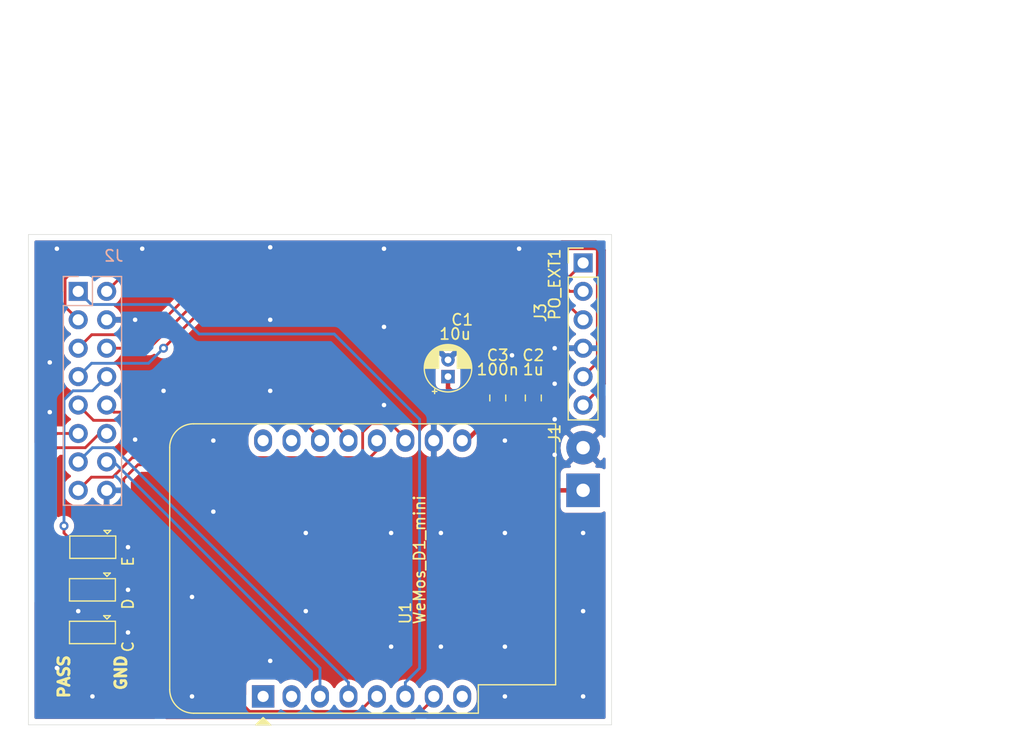
<source format=kicad_pcb>
(kicad_pcb (version 20171130) (host pcbnew 5.1.2)

  (general
    (thickness 1.6)
    (drawings 6)
    (tracks 163)
    (zones 0)
    (modules 10)
    (nets 20)
  )

  (page A4)
  (layers
    (0 F.Cu signal)
    (31 B.Cu signal)
    (32 B.Adhes user)
    (33 F.Adhes user)
    (34 B.Paste user)
    (35 F.Paste user)
    (36 B.SilkS user)
    (37 F.SilkS user)
    (38 B.Mask user)
    (39 F.Mask user)
    (40 Dwgs.User user)
    (41 Cmts.User user)
    (42 Eco1.User user)
    (43 Eco2.User user)
    (44 Edge.Cuts user)
    (45 Margin user)
    (46 B.CrtYd user)
    (47 F.CrtYd user)
    (48 B.Fab user)
    (49 F.Fab user)
  )

  (setup
    (last_trace_width 0.25)
    (trace_clearance 0.2)
    (zone_clearance 0.508)
    (zone_45_only no)
    (trace_min 0.2)
    (via_size 0.8)
    (via_drill 0.4)
    (via_min_size 0.4)
    (via_min_drill 0.3)
    (uvia_size 0.3)
    (uvia_drill 0.1)
    (uvias_allowed no)
    (uvia_min_size 0.2)
    (uvia_min_drill 0.1)
    (edge_width 0.05)
    (segment_width 0.2)
    (pcb_text_width 0.3)
    (pcb_text_size 1.5 1.5)
    (mod_edge_width 0.12)
    (mod_text_size 1 1)
    (mod_text_width 0.15)
    (pad_size 1.524 1.524)
    (pad_drill 0.762)
    (pad_to_mask_clearance 0.05)
    (solder_mask_min_width 0.05)
    (aux_axis_origin 0 0)
    (visible_elements FFFFFF7F)
    (pcbplotparams
      (layerselection 0x010f0_ffffffff)
      (usegerberextensions true)
      (usegerberattributes false)
      (usegerberadvancedattributes false)
      (creategerberjobfile false)
      (excludeedgelayer true)
      (linewidth 0.100000)
      (plotframeref false)
      (viasonmask false)
      (mode 1)
      (useauxorigin false)
      (hpglpennumber 1)
      (hpglpenspeed 20)
      (hpglpendiameter 15.000000)
      (psnegative false)
      (psa4output false)
      (plotreference true)
      (plotvalue true)
      (plotinvisibletext false)
      (padsonsilk false)
      (subtractmaskfromsilk false)
      (outputformat 1)
      (mirror false)
      (drillshape 0)
      (scaleselection 1)
      (outputdirectory "plots/"))
  )

  (net 0 "")
  (net 1 GND)
  (net 2 /PI_OE)
  (net 3 /PI_STB)
  (net 4 /PI_CLK)
  (net 5 /PI_D)
  (net 6 /PI_C)
  (net 7 /PI_B)
  (net 8 /PI_A)
  (net 9 /PI_E)
  (net 10 /PI_B1)
  (net 11 /PI_G1)
  (net 12 /PI_R1)
  (net 13 /PI_B0)
  (net 14 /PI_G0)
  (net 15 /PI_R0)
  (net 16 +5V)
  (net 17 /PI_C_INT)
  (net 18 /PI_D_INT)
  (net 19 /PI_E_INT)

  (net_class Default "This is the default net class."
    (clearance 0.2)
    (trace_width 0.25)
    (via_dia 0.8)
    (via_drill 0.4)
    (uvia_dia 0.3)
    (uvia_drill 0.1)
    (add_net /PI_A)
    (add_net /PI_B)
    (add_net /PI_B0)
    (add_net /PI_B1)
    (add_net /PI_C)
    (add_net /PI_CLK)
    (add_net /PI_C_INT)
    (add_net /PI_D)
    (add_net /PI_D_INT)
    (add_net /PI_E)
    (add_net /PI_E_INT)
    (add_net /PI_G0)
    (add_net /PI_G1)
    (add_net /PI_OE)
    (add_net /PI_R0)
    (add_net /PI_R1)
    (add_net /PI_STB)
  )

  (net_class power ""
    (clearance 0.2)
    (trace_width 0.4)
    (via_dia 0.8)
    (via_drill 0.4)
    (uvia_dia 0.3)
    (uvia_drill 0.1)
    (add_net +5V)
    (add_net GND)
  )

  (module Module:WEMOS_D1_mini_light (layer F.Cu) (tedit 5BBFB1CE) (tstamp 5CDB16FF)
    (at 147.955 124.46 90)
    (descr "16-pin module, column spacing 22.86 mm (900 mils), https://wiki.wemos.cc/products:d1:d1_mini, https://c1.staticflickr.com/1/734/31400410271_f278b087db_z.jpg")
    (tags "ESP8266 WiFi microcontroller")
    (path /5CE06E78)
    (fp_text reference U1 (at 6.35 12.7 90) (layer F.SilkS)
      (effects (font (size 1 1) (thickness 0.15)) (justify left))
    )
    (fp_text value WeMos_D1_mini (at 6.35 13.97 90) (layer F.SilkS)
      (effects (font (size 1 1) (thickness 0.15)) (justify left))
    )
    (fp_text user "No copper" (at 11.43 -3.81 90) (layer Cmts.User)
      (effects (font (size 1 1) (thickness 0.15)))
    )
    (fp_text user "KEEP OUT" (at 11.43 -6.35 90) (layer Cmts.User)
      (effects (font (size 1 1) (thickness 0.15)))
    )
    (fp_arc (start 22.23 -6.21) (end 24.36 -6.21) (angle -90) (layer F.SilkS) (width 0.12))
    (fp_arc (start 0.63 -6.21) (end 0.63 -8.34) (angle -90) (layer F.SilkS) (width 0.12))
    (fp_line (start 1.04 19.22) (end 1.04 26.12) (layer F.SilkS) (width 0.12))
    (fp_line (start -1.5 19.22) (end 1.04 19.22) (layer F.SilkS) (width 0.12))
    (fp_arc (start 22.23 -6.21) (end 24.23 -6.19) (angle -90) (layer F.Fab) (width 0.1))
    (fp_arc (start 0.63 -6.21) (end 0.63 -8.21) (angle -90) (layer F.Fab) (width 0.1))
    (fp_line (start -0.37 0) (end -1.37 -1) (layer F.Fab) (width 0.1))
    (fp_line (start -1.37 1) (end -0.37 0) (layer F.Fab) (width 0.1))
    (fp_line (start -1.37 -6.21) (end -1.37 -1) (layer F.Fab) (width 0.1))
    (fp_line (start 1.17 19.09) (end 1.17 25.99) (layer F.Fab) (width 0.1))
    (fp_line (start -1.37 19.09) (end 1.17 19.09) (layer F.Fab) (width 0.1))
    (fp_line (start -1.35 -7.4) (end -0.55 -8.2) (layer Dwgs.User) (width 0.1))
    (fp_line (start -1.3 -5.45) (end 1.45 -8.2) (layer Dwgs.User) (width 0.1))
    (fp_line (start -1.35 -3.4) (end 3.45 -8.2) (layer Dwgs.User) (width 0.1))
    (fp_line (start 22.65 -1.4) (end 24.25 -3) (layer Dwgs.User) (width 0.1))
    (fp_line (start 20.65 -1.4) (end 24.25 -5) (layer Dwgs.User) (width 0.1))
    (fp_line (start 18.65 -1.4) (end 24.25 -7) (layer Dwgs.User) (width 0.1))
    (fp_line (start 16.65 -1.4) (end 23.45 -8.2) (layer Dwgs.User) (width 0.1))
    (fp_line (start 14.65 -1.4) (end 21.45 -8.2) (layer Dwgs.User) (width 0.1))
    (fp_line (start 12.65 -1.4) (end 19.45 -8.2) (layer Dwgs.User) (width 0.1))
    (fp_line (start 10.65 -1.4) (end 17.45 -8.2) (layer Dwgs.User) (width 0.1))
    (fp_line (start 8.65 -1.4) (end 15.45 -8.2) (layer Dwgs.User) (width 0.1))
    (fp_line (start 6.65 -1.4) (end 13.45 -8.2) (layer Dwgs.User) (width 0.1))
    (fp_line (start 4.65 -1.4) (end 11.45 -8.2) (layer Dwgs.User) (width 0.1))
    (fp_line (start 2.65 -1.4) (end 9.45 -8.2) (layer Dwgs.User) (width 0.1))
    (fp_line (start 0.65 -1.4) (end 7.45 -8.2) (layer Dwgs.User) (width 0.1))
    (fp_line (start -1.35 -1.4) (end 5.45 -8.2) (layer Dwgs.User) (width 0.1))
    (fp_line (start -1.35 -8.2) (end -1.35 -1.4) (layer Dwgs.User) (width 0.1))
    (fp_line (start 24.25 -8.2) (end -1.35 -8.2) (layer Dwgs.User) (width 0.1))
    (fp_line (start 24.25 -1.4) (end 24.25 -8.2) (layer Dwgs.User) (width 0.1))
    (fp_line (start -1.35 -1.4) (end 24.25 -1.4) (layer Dwgs.User) (width 0.1))
    (fp_poly (pts (xy -2.54 -0.635) (xy -2.54 0.635) (xy -1.905 0)) (layer F.SilkS) (width 0.15))
    (fp_line (start -1.62 26.24) (end -1.62 -8.46) (layer F.CrtYd) (width 0.05))
    (fp_line (start 24.48 26.24) (end -1.62 26.24) (layer F.CrtYd) (width 0.05))
    (fp_line (start 24.48 -8.41) (end 24.48 26.24) (layer F.CrtYd) (width 0.05))
    (fp_line (start -1.62 -8.46) (end 24.48 -8.46) (layer F.CrtYd) (width 0.05))
    (fp_text user %R (at 11.43 12.065 90) (layer F.Fab)
      (effects (font (size 1 1) (thickness 0.15)))
    )
    (fp_line (start -1.37 1) (end -1.37 19.09) (layer F.Fab) (width 0.1))
    (fp_line (start 22.23 -8.21) (end 0.63 -8.21) (layer F.Fab) (width 0.1))
    (fp_line (start 24.23 25.99) (end 24.23 -6.21) (layer F.Fab) (width 0.1))
    (fp_line (start 1.17 25.99) (end 24.23 25.99) (layer F.Fab) (width 0.1))
    (fp_line (start 22.24 -8.34) (end 0.63 -8.34) (layer F.SilkS) (width 0.12))
    (fp_line (start 24.36 26.12) (end 24.36 -6.21) (layer F.SilkS) (width 0.12))
    (fp_line (start -1.5 19.22) (end -1.5 -6.21) (layer F.SilkS) (width 0.12))
    (fp_line (start 1.04 26.12) (end 24.36 26.12) (layer F.SilkS) (width 0.12))
    (pad 16 thru_hole oval (at 22.86 0 90) (size 2 1.6) (drill 1) (layers *.Cu *.Mask))
    (pad 15 thru_hole oval (at 22.86 2.54 90) (size 2 1.6) (drill 1) (layers *.Cu *.Mask))
    (pad 14 thru_hole oval (at 22.86 5.08 90) (size 2 1.6) (drill 1) (layers *.Cu *.Mask)
      (net 8 /PI_A))
    (pad 13 thru_hole oval (at 22.86 7.62 90) (size 2 1.6) (drill 1) (layers *.Cu *.Mask)
      (net 7 /PI_B))
    (pad 12 thru_hole oval (at 22.86 10.16 90) (size 2 1.6) (drill 1) (layers *.Cu *.Mask)
      (net 19 /PI_E_INT))
    (pad 11 thru_hole oval (at 22.86 12.7 90) (size 2 1.6) (drill 1) (layers *.Cu *.Mask)
      (net 2 /PI_OE))
    (pad 10 thru_hole oval (at 22.86 15.24 90) (size 2 1.6) (drill 1) (layers *.Cu *.Mask)
      (net 1 GND))
    (pad 9 thru_hole oval (at 22.86 17.78 90) (size 2 1.6) (drill 1) (layers *.Cu *.Mask)
      (net 16 +5V))
    (pad 8 thru_hole oval (at 0 17.78 90) (size 2 1.6) (drill 1) (layers *.Cu *.Mask))
    (pad 7 thru_hole oval (at 0 15.24 90) (size 2 1.6) (drill 1) (layers *.Cu *.Mask)
      (net 17 /PI_C_INT))
    (pad 6 thru_hole oval (at 0 12.7 90) (size 2 1.6) (drill 1) (layers *.Cu *.Mask)
      (net 15 /PI_R0))
    (pad 5 thru_hole oval (at 0 10.16 90) (size 2 1.6) (drill 1) (layers *.Cu *.Mask)
      (net 18 /PI_D_INT))
    (pad 4 thru_hole oval (at 0 7.62 90) (size 2 1.6) (drill 1) (layers *.Cu *.Mask)
      (net 4 /PI_CLK))
    (pad 3 thru_hole oval (at 0 5.08 90) (size 2 1.6) (drill 1) (layers *.Cu *.Mask)
      (net 3 /PI_STB))
    (pad 1 thru_hole rect (at 0 0 90) (size 2 2) (drill 1) (layers *.Cu *.Mask))
    (pad 2 thru_hole oval (at 0 2.54 90) (size 2 1.6) (drill 1) (layers *.Cu *.Mask))
    (model ${KISYS3DMOD}/Module.3dshapes/WEMOS_D1_mini_light.wrl
      (at (xyz 0 0 0))
      (scale (xyz 1 1 1))
      (rotate (xyz 0 0 0))
    )
    (model ${KISYS3DMOD}/Connector_PinHeader_2.54mm.3dshapes/PinHeader_1x08_P2.54mm_Vertical.wrl
      (offset (xyz 0 0 9.5))
      (scale (xyz 1 1 1))
      (rotate (xyz 0 -180 0))
    )
    (model ${KISYS3DMOD}/Connector_PinHeader_2.54mm.3dshapes/PinHeader_1x08_P2.54mm_Vertical.wrl
      (offset (xyz 22.86 0 9.5))
      (scale (xyz 1 1 1))
      (rotate (xyz 0 -180 0))
    )
    (model ${KISYS3DMOD}/Connector_PinSocket_2.54mm.3dshapes/PinSocket_1x08_P2.54mm_Vertical.wrl
      (at (xyz 0 0 0))
      (scale (xyz 1 1 1))
      (rotate (xyz 0 0 0))
    )
    (model ${KISYS3DMOD}/Connector_PinSocket_2.54mm.3dshapes/PinSocket_1x08_P2.54mm_Vertical.wrl
      (offset (xyz 22.86 0 0))
      (scale (xyz 1 1 1))
      (rotate (xyz 0 0 0))
    )
  )

  (module Jumper:SolderJumper-3_P1.3mm_Open_Pad1.0x1.5mm (layer F.Cu) (tedit 5A3F8BB2) (tstamp 5CDB2E79)
    (at 132.745 111.125 180)
    (descr "SMD Solder 3-pad Jumper, 1x1.5mm Pads, 0.3mm gap, open")
    (tags "solder jumper open")
    (path /5CDB04B4)
    (attr virtual)
    (fp_text reference JP3 (at 0 -1.8) (layer F.SilkS) hide
      (effects (font (size 1 1) (thickness 0.15)))
    )
    (fp_text value E (at -3.145 -1.27 90) (layer F.SilkS)
      (effects (font (size 1 1) (thickness 0.15)))
    )
    (fp_line (start 2.3 1.25) (end -2.3 1.25) (layer F.CrtYd) (width 0.05))
    (fp_line (start 2.3 1.25) (end 2.3 -1.25) (layer F.CrtYd) (width 0.05))
    (fp_line (start -2.3 -1.25) (end -2.3 1.25) (layer F.CrtYd) (width 0.05))
    (fp_line (start -2.3 -1.25) (end 2.3 -1.25) (layer F.CrtYd) (width 0.05))
    (fp_line (start -2.05 -1) (end 2.05 -1) (layer F.SilkS) (width 0.12))
    (fp_line (start 2.05 -1) (end 2.05 1) (layer F.SilkS) (width 0.12))
    (fp_line (start 2.05 1) (end -2.05 1) (layer F.SilkS) (width 0.12))
    (fp_line (start -2.05 1) (end -2.05 -1) (layer F.SilkS) (width 0.12))
    (fp_line (start -1.3 1.2) (end -1.6 1.5) (layer F.SilkS) (width 0.12))
    (fp_line (start -1.6 1.5) (end -1 1.5) (layer F.SilkS) (width 0.12))
    (fp_line (start -1.3 1.2) (end -1 1.5) (layer F.SilkS) (width 0.12))
    (pad 1 smd rect (at -1.3 0 180) (size 1 1.5) (layers F.Cu F.Mask)
      (net 1 GND))
    (pad 2 smd rect (at 0 0 180) (size 1 1.5) (layers F.Cu F.Mask)
      (net 19 /PI_E_INT))
    (pad 3 smd rect (at 1.3 0 180) (size 1 1.5) (layers F.Cu F.Mask)
      (net 9 /PI_E))
  )

  (module Jumper:SolderJumper-3_P1.3mm_Open_Pad1.0x1.5mm (layer F.Cu) (tedit 5A3F8BB2) (tstamp 5CD8631C)
    (at 132.715 114.935 180)
    (descr "SMD Solder 3-pad Jumper, 1x1.5mm Pads, 0.3mm gap, open")
    (tags "solder jumper open")
    (path /5CDB003D)
    (attr virtual)
    (fp_text reference JP2 (at 0 -1.8) (layer F.SilkS) hide
      (effects (font (size 1 1) (thickness 0.15)))
    )
    (fp_text value D (at -3.175 -1.27 270) (layer F.SilkS)
      (effects (font (size 1 1) (thickness 0.15)))
    )
    (fp_line (start 2.3 1.25) (end -2.3 1.25) (layer F.CrtYd) (width 0.05))
    (fp_line (start 2.3 1.25) (end 2.3 -1.25) (layer F.CrtYd) (width 0.05))
    (fp_line (start -2.3 -1.25) (end -2.3 1.25) (layer F.CrtYd) (width 0.05))
    (fp_line (start -2.3 -1.25) (end 2.3 -1.25) (layer F.CrtYd) (width 0.05))
    (fp_line (start -2.05 -1) (end 2.05 -1) (layer F.SilkS) (width 0.12))
    (fp_line (start 2.05 -1) (end 2.05 1) (layer F.SilkS) (width 0.12))
    (fp_line (start 2.05 1) (end -2.05 1) (layer F.SilkS) (width 0.12))
    (fp_line (start -2.05 1) (end -2.05 -1) (layer F.SilkS) (width 0.12))
    (fp_line (start -1.3 1.2) (end -1.6 1.5) (layer F.SilkS) (width 0.12))
    (fp_line (start -1.6 1.5) (end -1 1.5) (layer F.SilkS) (width 0.12))
    (fp_line (start -1.3 1.2) (end -1 1.5) (layer F.SilkS) (width 0.12))
    (pad 1 smd rect (at -1.3 0 180) (size 1 1.5) (layers F.Cu F.Mask)
      (net 1 GND))
    (pad 2 smd rect (at 0 0 180) (size 1 1.5) (layers F.Cu F.Mask)
      (net 18 /PI_D_INT))
    (pad 3 smd rect (at 1.3 0 180) (size 1 1.5) (layers F.Cu F.Mask)
      (net 5 /PI_D))
  )

  (module Jumper:SolderJumper-3_P1.3mm_Open_Pad1.0x1.5mm (layer F.Cu) (tedit 5A3F8BB2) (tstamp 5CD87342)
    (at 132.715 118.745 180)
    (descr "SMD Solder 3-pad Jumper, 1x1.5mm Pads, 0.3mm gap, open")
    (tags "solder jumper open")
    (path /5CDAE6B4)
    (attr virtual)
    (fp_text reference JP1 (at 0 -1.8) (layer F.SilkS) hide
      (effects (font (size 1 1) (thickness 0.15)))
    )
    (fp_text value C (at -3.175 -1.27 90) (layer F.SilkS)
      (effects (font (size 1 1) (thickness 0.15)))
    )
    (fp_line (start 2.3 1.25) (end -2.3 1.25) (layer F.CrtYd) (width 0.05))
    (fp_line (start 2.3 1.25) (end 2.3 -1.25) (layer F.CrtYd) (width 0.05))
    (fp_line (start -2.3 -1.25) (end -2.3 1.25) (layer F.CrtYd) (width 0.05))
    (fp_line (start -2.3 -1.25) (end 2.3 -1.25) (layer F.CrtYd) (width 0.05))
    (fp_line (start -2.05 -1) (end 2.05 -1) (layer F.SilkS) (width 0.12))
    (fp_line (start 2.05 -1) (end 2.05 1) (layer F.SilkS) (width 0.12))
    (fp_line (start 2.05 1) (end -2.05 1) (layer F.SilkS) (width 0.12))
    (fp_line (start -2.05 1) (end -2.05 -1) (layer F.SilkS) (width 0.12))
    (fp_line (start -1.3 1.2) (end -1.6 1.5) (layer F.SilkS) (width 0.12))
    (fp_line (start -1.6 1.5) (end -1 1.5) (layer F.SilkS) (width 0.12))
    (fp_line (start -1.3 1.2) (end -1 1.5) (layer F.SilkS) (width 0.12))
    (pad 1 smd rect (at -1.3 0 180) (size 1 1.5) (layers F.Cu F.Mask)
      (net 1 GND))
    (pad 2 smd rect (at 0 0 180) (size 1 1.5) (layers F.Cu F.Mask)
      (net 17 /PI_C_INT))
    (pad 3 smd rect (at 1.3 0 180) (size 1 1.5) (layers F.Cu F.Mask)
      (net 6 /PI_C))
  )

  (module Capacitor_THT:CP_Radial_D4.0mm_P1.50mm (layer F.Cu) (tedit 5AE50EF0) (tstamp 5CDDA430)
    (at 164.465 95.885 90)
    (descr "CP, Radial series, Radial, pin pitch=1.50mm, , diameter=4mm, Electrolytic Capacitor")
    (tags "CP Radial series Radial pin pitch 1.50mm  diameter 4mm Electrolytic Capacitor")
    (path /5CDE2FDF)
    (fp_text reference C1 (at 5.08 1.27 180) (layer F.SilkS)
      (effects (font (size 1 1) (thickness 0.15)))
    )
    (fp_text value 10u (at 3.81 0.635 180) (layer F.SilkS)
      (effects (font (size 1 1) (thickness 0.15)))
    )
    (fp_text user %R (at 0.75 0 90) (layer F.Fab)
      (effects (font (size 0.8 0.8) (thickness 0.12)))
    )
    (fp_line (start -1.319801 -1.395) (end -1.319801 -0.995) (layer F.SilkS) (width 0.12))
    (fp_line (start -1.519801 -1.195) (end -1.119801 -1.195) (layer F.SilkS) (width 0.12))
    (fp_line (start 2.831 -0.37) (end 2.831 0.37) (layer F.SilkS) (width 0.12))
    (fp_line (start 2.791 -0.537) (end 2.791 0.537) (layer F.SilkS) (width 0.12))
    (fp_line (start 2.751 -0.664) (end 2.751 0.664) (layer F.SilkS) (width 0.12))
    (fp_line (start 2.711 -0.768) (end 2.711 0.768) (layer F.SilkS) (width 0.12))
    (fp_line (start 2.671 -0.859) (end 2.671 0.859) (layer F.SilkS) (width 0.12))
    (fp_line (start 2.631 -0.94) (end 2.631 0.94) (layer F.SilkS) (width 0.12))
    (fp_line (start 2.591 -1.013) (end 2.591 1.013) (layer F.SilkS) (width 0.12))
    (fp_line (start 2.551 -1.08) (end 2.551 1.08) (layer F.SilkS) (width 0.12))
    (fp_line (start 2.511 -1.142) (end 2.511 1.142) (layer F.SilkS) (width 0.12))
    (fp_line (start 2.471 -1.2) (end 2.471 1.2) (layer F.SilkS) (width 0.12))
    (fp_line (start 2.431 -1.254) (end 2.431 1.254) (layer F.SilkS) (width 0.12))
    (fp_line (start 2.391 -1.304) (end 2.391 1.304) (layer F.SilkS) (width 0.12))
    (fp_line (start 2.351 -1.351) (end 2.351 1.351) (layer F.SilkS) (width 0.12))
    (fp_line (start 2.311 0.84) (end 2.311 1.396) (layer F.SilkS) (width 0.12))
    (fp_line (start 2.311 -1.396) (end 2.311 -0.84) (layer F.SilkS) (width 0.12))
    (fp_line (start 2.271 0.84) (end 2.271 1.438) (layer F.SilkS) (width 0.12))
    (fp_line (start 2.271 -1.438) (end 2.271 -0.84) (layer F.SilkS) (width 0.12))
    (fp_line (start 2.231 0.84) (end 2.231 1.478) (layer F.SilkS) (width 0.12))
    (fp_line (start 2.231 -1.478) (end 2.231 -0.84) (layer F.SilkS) (width 0.12))
    (fp_line (start 2.191 0.84) (end 2.191 1.516) (layer F.SilkS) (width 0.12))
    (fp_line (start 2.191 -1.516) (end 2.191 -0.84) (layer F.SilkS) (width 0.12))
    (fp_line (start 2.151 0.84) (end 2.151 1.552) (layer F.SilkS) (width 0.12))
    (fp_line (start 2.151 -1.552) (end 2.151 -0.84) (layer F.SilkS) (width 0.12))
    (fp_line (start 2.111 0.84) (end 2.111 1.587) (layer F.SilkS) (width 0.12))
    (fp_line (start 2.111 -1.587) (end 2.111 -0.84) (layer F.SilkS) (width 0.12))
    (fp_line (start 2.071 0.84) (end 2.071 1.619) (layer F.SilkS) (width 0.12))
    (fp_line (start 2.071 -1.619) (end 2.071 -0.84) (layer F.SilkS) (width 0.12))
    (fp_line (start 2.031 0.84) (end 2.031 1.65) (layer F.SilkS) (width 0.12))
    (fp_line (start 2.031 -1.65) (end 2.031 -0.84) (layer F.SilkS) (width 0.12))
    (fp_line (start 1.991 0.84) (end 1.991 1.68) (layer F.SilkS) (width 0.12))
    (fp_line (start 1.991 -1.68) (end 1.991 -0.84) (layer F.SilkS) (width 0.12))
    (fp_line (start 1.951 0.84) (end 1.951 1.708) (layer F.SilkS) (width 0.12))
    (fp_line (start 1.951 -1.708) (end 1.951 -0.84) (layer F.SilkS) (width 0.12))
    (fp_line (start 1.911 0.84) (end 1.911 1.735) (layer F.SilkS) (width 0.12))
    (fp_line (start 1.911 -1.735) (end 1.911 -0.84) (layer F.SilkS) (width 0.12))
    (fp_line (start 1.871 0.84) (end 1.871 1.76) (layer F.SilkS) (width 0.12))
    (fp_line (start 1.871 -1.76) (end 1.871 -0.84) (layer F.SilkS) (width 0.12))
    (fp_line (start 1.831 0.84) (end 1.831 1.785) (layer F.SilkS) (width 0.12))
    (fp_line (start 1.831 -1.785) (end 1.831 -0.84) (layer F.SilkS) (width 0.12))
    (fp_line (start 1.791 0.84) (end 1.791 1.808) (layer F.SilkS) (width 0.12))
    (fp_line (start 1.791 -1.808) (end 1.791 -0.84) (layer F.SilkS) (width 0.12))
    (fp_line (start 1.751 0.84) (end 1.751 1.83) (layer F.SilkS) (width 0.12))
    (fp_line (start 1.751 -1.83) (end 1.751 -0.84) (layer F.SilkS) (width 0.12))
    (fp_line (start 1.711 0.84) (end 1.711 1.851) (layer F.SilkS) (width 0.12))
    (fp_line (start 1.711 -1.851) (end 1.711 -0.84) (layer F.SilkS) (width 0.12))
    (fp_line (start 1.671 0.84) (end 1.671 1.87) (layer F.SilkS) (width 0.12))
    (fp_line (start 1.671 -1.87) (end 1.671 -0.84) (layer F.SilkS) (width 0.12))
    (fp_line (start 1.631 0.84) (end 1.631 1.889) (layer F.SilkS) (width 0.12))
    (fp_line (start 1.631 -1.889) (end 1.631 -0.84) (layer F.SilkS) (width 0.12))
    (fp_line (start 1.591 0.84) (end 1.591 1.907) (layer F.SilkS) (width 0.12))
    (fp_line (start 1.591 -1.907) (end 1.591 -0.84) (layer F.SilkS) (width 0.12))
    (fp_line (start 1.551 0.84) (end 1.551 1.924) (layer F.SilkS) (width 0.12))
    (fp_line (start 1.551 -1.924) (end 1.551 -0.84) (layer F.SilkS) (width 0.12))
    (fp_line (start 1.511 0.84) (end 1.511 1.94) (layer F.SilkS) (width 0.12))
    (fp_line (start 1.511 -1.94) (end 1.511 -0.84) (layer F.SilkS) (width 0.12))
    (fp_line (start 1.471 0.84) (end 1.471 1.954) (layer F.SilkS) (width 0.12))
    (fp_line (start 1.471 -1.954) (end 1.471 -0.84) (layer F.SilkS) (width 0.12))
    (fp_line (start 1.43 0.84) (end 1.43 1.968) (layer F.SilkS) (width 0.12))
    (fp_line (start 1.43 -1.968) (end 1.43 -0.84) (layer F.SilkS) (width 0.12))
    (fp_line (start 1.39 0.84) (end 1.39 1.982) (layer F.SilkS) (width 0.12))
    (fp_line (start 1.39 -1.982) (end 1.39 -0.84) (layer F.SilkS) (width 0.12))
    (fp_line (start 1.35 0.84) (end 1.35 1.994) (layer F.SilkS) (width 0.12))
    (fp_line (start 1.35 -1.994) (end 1.35 -0.84) (layer F.SilkS) (width 0.12))
    (fp_line (start 1.31 0.84) (end 1.31 2.005) (layer F.SilkS) (width 0.12))
    (fp_line (start 1.31 -2.005) (end 1.31 -0.84) (layer F.SilkS) (width 0.12))
    (fp_line (start 1.27 0.84) (end 1.27 2.016) (layer F.SilkS) (width 0.12))
    (fp_line (start 1.27 -2.016) (end 1.27 -0.84) (layer F.SilkS) (width 0.12))
    (fp_line (start 1.23 0.84) (end 1.23 2.025) (layer F.SilkS) (width 0.12))
    (fp_line (start 1.23 -2.025) (end 1.23 -0.84) (layer F.SilkS) (width 0.12))
    (fp_line (start 1.19 0.84) (end 1.19 2.034) (layer F.SilkS) (width 0.12))
    (fp_line (start 1.19 -2.034) (end 1.19 -0.84) (layer F.SilkS) (width 0.12))
    (fp_line (start 1.15 0.84) (end 1.15 2.042) (layer F.SilkS) (width 0.12))
    (fp_line (start 1.15 -2.042) (end 1.15 -0.84) (layer F.SilkS) (width 0.12))
    (fp_line (start 1.11 0.84) (end 1.11 2.05) (layer F.SilkS) (width 0.12))
    (fp_line (start 1.11 -2.05) (end 1.11 -0.84) (layer F.SilkS) (width 0.12))
    (fp_line (start 1.07 0.84) (end 1.07 2.056) (layer F.SilkS) (width 0.12))
    (fp_line (start 1.07 -2.056) (end 1.07 -0.84) (layer F.SilkS) (width 0.12))
    (fp_line (start 1.03 0.84) (end 1.03 2.062) (layer F.SilkS) (width 0.12))
    (fp_line (start 1.03 -2.062) (end 1.03 -0.84) (layer F.SilkS) (width 0.12))
    (fp_line (start 0.99 0.84) (end 0.99 2.067) (layer F.SilkS) (width 0.12))
    (fp_line (start 0.99 -2.067) (end 0.99 -0.84) (layer F.SilkS) (width 0.12))
    (fp_line (start 0.95 0.84) (end 0.95 2.071) (layer F.SilkS) (width 0.12))
    (fp_line (start 0.95 -2.071) (end 0.95 -0.84) (layer F.SilkS) (width 0.12))
    (fp_line (start 0.91 0.84) (end 0.91 2.074) (layer F.SilkS) (width 0.12))
    (fp_line (start 0.91 -2.074) (end 0.91 -0.84) (layer F.SilkS) (width 0.12))
    (fp_line (start 0.87 0.84) (end 0.87 2.077) (layer F.SilkS) (width 0.12))
    (fp_line (start 0.87 -2.077) (end 0.87 -0.84) (layer F.SilkS) (width 0.12))
    (fp_line (start 0.83 -2.079) (end 0.83 -0.84) (layer F.SilkS) (width 0.12))
    (fp_line (start 0.83 0.84) (end 0.83 2.079) (layer F.SilkS) (width 0.12))
    (fp_line (start 0.79 -2.08) (end 0.79 -0.84) (layer F.SilkS) (width 0.12))
    (fp_line (start 0.79 0.84) (end 0.79 2.08) (layer F.SilkS) (width 0.12))
    (fp_line (start 0.75 -2.08) (end 0.75 -0.84) (layer F.SilkS) (width 0.12))
    (fp_line (start 0.75 0.84) (end 0.75 2.08) (layer F.SilkS) (width 0.12))
    (fp_line (start -0.752554 -1.0675) (end -0.752554 -0.6675) (layer F.Fab) (width 0.1))
    (fp_line (start -0.952554 -0.8675) (end -0.552554 -0.8675) (layer F.Fab) (width 0.1))
    (fp_circle (center 0.75 0) (end 3 0) (layer F.CrtYd) (width 0.05))
    (fp_circle (center 0.75 0) (end 2.87 0) (layer F.SilkS) (width 0.12))
    (fp_circle (center 0.75 0) (end 2.75 0) (layer F.Fab) (width 0.1))
    (pad 2 thru_hole circle (at 1.5 0 90) (size 1.2 1.2) (drill 0.6) (layers *.Cu *.Mask)
      (net 1 GND))
    (pad 1 thru_hole rect (at 0 0 90) (size 1.2 1.2) (drill 0.6) (layers *.Cu *.Mask)
      (net 16 +5V))
    (model ${KISYS3DMOD}/Capacitor_THT.3dshapes/CP_Radial_D4.0mm_P1.50mm.wrl
      (at (xyz 0 0 0))
      (scale (xyz 1 1 1))
      (rotate (xyz 0 0 0))
    )
  )

  (module Capacitor_SMD:C_0805_2012Metric_Pad1.15x1.40mm_HandSolder (layer F.Cu) (tedit 5B36C52B) (tstamp 5CDB25C8)
    (at 172.085 97.79 90)
    (descr "Capacitor SMD 0805 (2012 Metric), square (rectangular) end terminal, IPC_7351 nominal with elongated pad for handsoldering. (Body size source: https://docs.google.com/spreadsheets/d/1BsfQQcO9C6DZCsRaXUlFlo91Tg2WpOkGARC1WS5S8t0/edit?usp=sharing), generated with kicad-footprint-generator")
    (tags "capacitor handsolder")
    (path /5CDDB66A)
    (attr smd)
    (fp_text reference C2 (at 3.81 0 180) (layer F.SilkS)
      (effects (font (size 1 1) (thickness 0.15)))
    )
    (fp_text value 1u (at 2.54 0 180) (layer F.SilkS)
      (effects (font (size 1 1) (thickness 0.15)))
    )
    (fp_text user %R (at 0 0 90) (layer F.Fab)
      (effects (font (size 0.5 0.5) (thickness 0.08)))
    )
    (fp_line (start 1.85 0.95) (end -1.85 0.95) (layer F.CrtYd) (width 0.05))
    (fp_line (start 1.85 -0.95) (end 1.85 0.95) (layer F.CrtYd) (width 0.05))
    (fp_line (start -1.85 -0.95) (end 1.85 -0.95) (layer F.CrtYd) (width 0.05))
    (fp_line (start -1.85 0.95) (end -1.85 -0.95) (layer F.CrtYd) (width 0.05))
    (fp_line (start -0.261252 0.71) (end 0.261252 0.71) (layer F.SilkS) (width 0.12))
    (fp_line (start -0.261252 -0.71) (end 0.261252 -0.71) (layer F.SilkS) (width 0.12))
    (fp_line (start 1 0.6) (end -1 0.6) (layer F.Fab) (width 0.1))
    (fp_line (start 1 -0.6) (end 1 0.6) (layer F.Fab) (width 0.1))
    (fp_line (start -1 -0.6) (end 1 -0.6) (layer F.Fab) (width 0.1))
    (fp_line (start -1 0.6) (end -1 -0.6) (layer F.Fab) (width 0.1))
    (pad 2 smd roundrect (at 1.025 0 90) (size 1.15 1.4) (layers F.Cu F.Paste F.Mask) (roundrect_rratio 0.217391)
      (net 1 GND))
    (pad 1 smd roundrect (at -1.025 0 90) (size 1.15 1.4) (layers F.Cu F.Paste F.Mask) (roundrect_rratio 0.217391)
      (net 16 +5V))
    (model ${KISYS3DMOD}/Capacitor_SMD.3dshapes/C_0805_2012Metric.wrl
      (at (xyz 0 0 0))
      (scale (xyz 1 1 1))
      (rotate (xyz 0 0 0))
    )
  )

  (module Capacitor_SMD:C_0805_2012Metric_Pad1.15x1.40mm_HandSolder (layer F.Cu) (tedit 5B36C52B) (tstamp 5CDB25F8)
    (at 168.91 97.79 90)
    (descr "Capacitor SMD 0805 (2012 Metric), square (rectangular) end terminal, IPC_7351 nominal with elongated pad for handsoldering. (Body size source: https://docs.google.com/spreadsheets/d/1BsfQQcO9C6DZCsRaXUlFlo91Tg2WpOkGARC1WS5S8t0/edit?usp=sharing), generated with kicad-footprint-generator")
    (tags "capacitor handsolder")
    (path /5CDDC544)
    (attr smd)
    (fp_text reference C3 (at 3.81 0 180) (layer F.SilkS)
      (effects (font (size 1 1) (thickness 0.15)))
    )
    (fp_text value 100n (at 2.54 0 180) (layer F.SilkS)
      (effects (font (size 1 1) (thickness 0.15)))
    )
    (fp_text user %R (at 0 0 90) (layer F.Fab)
      (effects (font (size 0.5 0.5) (thickness 0.08)))
    )
    (fp_line (start 1.85 0.95) (end -1.85 0.95) (layer F.CrtYd) (width 0.05))
    (fp_line (start 1.85 -0.95) (end 1.85 0.95) (layer F.CrtYd) (width 0.05))
    (fp_line (start -1.85 -0.95) (end 1.85 -0.95) (layer F.CrtYd) (width 0.05))
    (fp_line (start -1.85 0.95) (end -1.85 -0.95) (layer F.CrtYd) (width 0.05))
    (fp_line (start -0.261252 0.71) (end 0.261252 0.71) (layer F.SilkS) (width 0.12))
    (fp_line (start -0.261252 -0.71) (end 0.261252 -0.71) (layer F.SilkS) (width 0.12))
    (fp_line (start 1 0.6) (end -1 0.6) (layer F.Fab) (width 0.1))
    (fp_line (start 1 -0.6) (end 1 0.6) (layer F.Fab) (width 0.1))
    (fp_line (start -1 -0.6) (end 1 -0.6) (layer F.Fab) (width 0.1))
    (fp_line (start -1 0.6) (end -1 -0.6) (layer F.Fab) (width 0.1))
    (pad 2 smd roundrect (at 1.025 0 90) (size 1.15 1.4) (layers F.Cu F.Paste F.Mask) (roundrect_rratio 0.217391)
      (net 1 GND))
    (pad 1 smd roundrect (at -1.025 0 90) (size 1.15 1.4) (layers F.Cu F.Paste F.Mask) (roundrect_rratio 0.217391)
      (net 16 +5V))
    (model ${KISYS3DMOD}/Capacitor_SMD.3dshapes/C_0805_2012Metric.wrl
      (at (xyz 0 0 0))
      (scale (xyz 1 1 1))
      (rotate (xyz 0 0 0))
    )
  )

  (module Connector_PinHeader_2.54mm:PinHeader_1x06_P2.54mm_Vertical (layer F.Cu) (tedit 59FED5CC) (tstamp 5CDB1B14)
    (at 176.53 85.725)
    (descr "Through hole straight pin header, 1x06, 2.54mm pitch, single row")
    (tags "Through hole pin header THT 1x06 2.54mm single row")
    (path /5CD5F27C)
    (fp_text reference J3 (at -3.81 4.445 90) (layer F.SilkS)
      (effects (font (size 1 1) (thickness 0.15)))
    )
    (fp_text value PO_EXT1 (at -2.54 1.905 90) (layer F.SilkS)
      (effects (font (size 1 1) (thickness 0.15)))
    )
    (fp_line (start -0.635 -1.27) (end 1.27 -1.27) (layer F.Fab) (width 0.1))
    (fp_line (start 1.27 -1.27) (end 1.27 13.97) (layer F.Fab) (width 0.1))
    (fp_line (start 1.27 13.97) (end -1.27 13.97) (layer F.Fab) (width 0.1))
    (fp_line (start -1.27 13.97) (end -1.27 -0.635) (layer F.Fab) (width 0.1))
    (fp_line (start -1.27 -0.635) (end -0.635 -1.27) (layer F.Fab) (width 0.1))
    (fp_line (start -1.33 14.03) (end 1.33 14.03) (layer F.SilkS) (width 0.12))
    (fp_line (start -1.33 1.27) (end -1.33 14.03) (layer F.SilkS) (width 0.12))
    (fp_line (start 1.33 1.27) (end 1.33 14.03) (layer F.SilkS) (width 0.12))
    (fp_line (start -1.33 1.27) (end 1.33 1.27) (layer F.SilkS) (width 0.12))
    (fp_line (start -1.33 0) (end -1.33 -1.33) (layer F.SilkS) (width 0.12))
    (fp_line (start -1.33 -1.33) (end 0 -1.33) (layer F.SilkS) (width 0.12))
    (fp_line (start -1.8 -1.8) (end -1.8 14.5) (layer F.CrtYd) (width 0.05))
    (fp_line (start -1.8 14.5) (end 1.8 14.5) (layer F.CrtYd) (width 0.05))
    (fp_line (start 1.8 14.5) (end 1.8 -1.8) (layer F.CrtYd) (width 0.05))
    (fp_line (start 1.8 -1.8) (end -1.8 -1.8) (layer F.CrtYd) (width 0.05))
    (fp_text user %R (at 0 6.35 90) (layer F.Fab)
      (effects (font (size 1 1) (thickness 0.15)))
    )
    (pad 1 thru_hole rect (at 0 0) (size 1.7 1.7) (drill 1) (layers *.Cu *.Mask)
      (net 12 /PI_R1))
    (pad 2 thru_hole oval (at 0 2.54) (size 1.7 1.7) (drill 1) (layers *.Cu *.Mask)
      (net 11 /PI_G1))
    (pad 3 thru_hole oval (at 0 5.08) (size 1.7 1.7) (drill 1) (layers *.Cu *.Mask)
      (net 10 /PI_B1))
    (pad 4 thru_hole oval (at 0 7.62) (size 1.7 1.7) (drill 1) (layers *.Cu *.Mask)
      (net 1 GND))
    (pad 5 thru_hole oval (at 0 10.16) (size 1.7 1.7) (drill 1) (layers *.Cu *.Mask)
      (net 14 /PI_G0))
    (pad 6 thru_hole oval (at 0 12.7) (size 1.7 1.7) (drill 1) (layers *.Cu *.Mask)
      (net 13 /PI_B0))
    (model ${KISYS3DMOD}/Connector_PinHeader_2.54mm.3dshapes/PinHeader_1x06_P2.54mm_Vertical.wrl
      (at (xyz 0 0 0))
      (scale (xyz 1 1 1))
      (rotate (xyz 0 0 0))
    )
  )

  (module Connector_PinSocket_2.54mm:PinSocket_2x08_P2.54mm_Vertical (layer B.Cu) (tedit 5A19A42B) (tstamp 5CD68FC6)
    (at 131.445 88.265 180)
    (descr "Through hole straight socket strip, 2x08, 2.54mm pitch, double cols (from Kicad 4.0.7), script generated")
    (tags "Through hole socket strip THT 2x08 2.54mm double row")
    (path /5CD5F0E3)
    (fp_text reference J2 (at -3.175 3.175) (layer B.SilkS)
      (effects (font (size 1 1) (thickness 0.15)) (justify mirror))
    )
    (fp_text value PI (at -3.175 1.905) (layer B.Fab)
      (effects (font (size 1 1) (thickness 0.15)) (justify mirror))
    )
    (fp_line (start -3.81 1.27) (end 0.27 1.27) (layer B.Fab) (width 0.1))
    (fp_line (start 0.27 1.27) (end 1.27 0.27) (layer B.Fab) (width 0.1))
    (fp_line (start 1.27 0.27) (end 1.27 -19.05) (layer B.Fab) (width 0.1))
    (fp_line (start 1.27 -19.05) (end -3.81 -19.05) (layer B.Fab) (width 0.1))
    (fp_line (start -3.81 -19.05) (end -3.81 1.27) (layer B.Fab) (width 0.1))
    (fp_line (start -3.87 1.33) (end -1.27 1.33) (layer B.SilkS) (width 0.12))
    (fp_line (start -3.87 1.33) (end -3.87 -19.11) (layer B.SilkS) (width 0.12))
    (fp_line (start -3.87 -19.11) (end 1.33 -19.11) (layer B.SilkS) (width 0.12))
    (fp_line (start 1.33 -1.27) (end 1.33 -19.11) (layer B.SilkS) (width 0.12))
    (fp_line (start -1.27 -1.27) (end 1.33 -1.27) (layer B.SilkS) (width 0.12))
    (fp_line (start -1.27 1.33) (end -1.27 -1.27) (layer B.SilkS) (width 0.12))
    (fp_line (start 1.33 1.33) (end 1.33 0) (layer B.SilkS) (width 0.12))
    (fp_line (start 0 1.33) (end 1.33 1.33) (layer B.SilkS) (width 0.12))
    (fp_line (start -4.34 1.8) (end 1.76 1.8) (layer B.CrtYd) (width 0.05))
    (fp_line (start 1.76 1.8) (end 1.76 -19.55) (layer B.CrtYd) (width 0.05))
    (fp_line (start 1.76 -19.55) (end -4.34 -19.55) (layer B.CrtYd) (width 0.05))
    (fp_line (start -4.34 -19.55) (end -4.34 1.8) (layer B.CrtYd) (width 0.05))
    (fp_text user %R (at -1.27 -8.89 270) (layer B.Fab)
      (effects (font (size 1 1) (thickness 0.15)) (justify mirror))
    )
    (pad 1 thru_hole rect (at 0 0 180) (size 1.7 1.7) (drill 1) (layers *.Cu *.Mask)
      (net 15 /PI_R0))
    (pad 2 thru_hole oval (at -2.54 0 180) (size 1.7 1.7) (drill 1) (layers *.Cu *.Mask)
      (net 14 /PI_G0))
    (pad 3 thru_hole oval (at 0 -2.54 180) (size 1.7 1.7) (drill 1) (layers *.Cu *.Mask)
      (net 13 /PI_B0))
    (pad 4 thru_hole oval (at -2.54 -2.54 180) (size 1.7 1.7) (drill 1) (layers *.Cu *.Mask)
      (net 1 GND))
    (pad 5 thru_hole oval (at 0 -5.08 180) (size 1.7 1.7) (drill 1) (layers *.Cu *.Mask)
      (net 12 /PI_R1))
    (pad 6 thru_hole oval (at -2.54 -5.08 180) (size 1.7 1.7) (drill 1) (layers *.Cu *.Mask)
      (net 11 /PI_G1))
    (pad 7 thru_hole oval (at 0 -7.62 180) (size 1.7 1.7) (drill 1) (layers *.Cu *.Mask)
      (net 10 /PI_B1))
    (pad 8 thru_hole oval (at -2.54 -7.62 180) (size 1.7 1.7) (drill 1) (layers *.Cu *.Mask)
      (net 9 /PI_E))
    (pad 9 thru_hole oval (at 0 -10.16 180) (size 1.7 1.7) (drill 1) (layers *.Cu *.Mask)
      (net 8 /PI_A))
    (pad 10 thru_hole oval (at -2.54 -10.16 180) (size 1.7 1.7) (drill 1) (layers *.Cu *.Mask)
      (net 7 /PI_B))
    (pad 11 thru_hole oval (at 0 -12.7 180) (size 1.7 1.7) (drill 1) (layers *.Cu *.Mask)
      (net 6 /PI_C))
    (pad 12 thru_hole oval (at -2.54 -12.7 180) (size 1.7 1.7) (drill 1) (layers *.Cu *.Mask)
      (net 5 /PI_D))
    (pad 13 thru_hole oval (at 0 -15.24 180) (size 1.7 1.7) (drill 1) (layers *.Cu *.Mask)
      (net 4 /PI_CLK))
    (pad 14 thru_hole oval (at -2.54 -15.24 180) (size 1.7 1.7) (drill 1) (layers *.Cu *.Mask)
      (net 3 /PI_STB))
    (pad 15 thru_hole oval (at 0 -17.78 180) (size 1.7 1.7) (drill 1) (layers *.Cu *.Mask)
      (net 2 /PI_OE))
    (pad 16 thru_hole oval (at -2.54 -17.78 180) (size 1.7 1.7) (drill 1) (layers *.Cu *.Mask)
      (net 1 GND))
    (model ${KISYS3DMOD}/Connector_PinSocket_2.54mm.3dshapes/PinSocket_2x08_P2.54mm_Vertical.wrl
      (at (xyz 0 0 0))
      (scale (xyz 1 1 1))
      (rotate (xyz 0 0 0))
    )
  )

  (module Connector_Wire:SolderWirePad_1x02_P3.81mm_Drill1.2mm (layer F.Cu) (tedit 5AEE5EF3) (tstamp 5CDB25A1)
    (at 176.53 106.045 90)
    (descr "Wire solder connection")
    (tags connector)
    (path /5CDAE165)
    (attr virtual)
    (fp_text reference J1 (at 5.08 -2.54 90) (layer F.SilkS)
      (effects (font (size 1 1) (thickness 0.15)))
    )
    (fp_text value Conn_01x02_Male (at 1.905 3.81 90) (layer F.Fab) hide
      (effects (font (size 1 1) (thickness 0.15)))
    )
    (fp_line (start 5.81 2) (end -1.99 2) (layer F.CrtYd) (width 0.05))
    (fp_line (start 5.81 2) (end 5.81 -2) (layer F.CrtYd) (width 0.05))
    (fp_line (start -1.99 -2) (end -1.99 2) (layer F.CrtYd) (width 0.05))
    (fp_line (start -1.99 -2) (end 5.81 -2) (layer F.CrtYd) (width 0.05))
    (fp_text user %R (at 1.905 0 90) (layer F.Fab)
      (effects (font (size 1 1) (thickness 0.15)))
    )
    (pad 2 thru_hole circle (at 3.81 0 90) (size 2.99974 2.99974) (drill 1.19888) (layers *.Cu *.Mask)
      (net 1 GND))
    (pad 1 thru_hole rect (at 0 0 90) (size 2.99974 2.99974) (drill 1.19888) (layers *.Cu *.Mask)
      (net 16 +5V))
  )

  (gr_text PASS (at 130.175 120.65 90) (layer F.SilkS) (tstamp 5CD6BAE5)
    (effects (font (size 1 1) (thickness 0.25)) (justify right))
  )
  (gr_text GND (at 135.255 120.65 90) (layer F.SilkS) (tstamp 5CD6BAF5)
    (effects (font (size 1 1) (thickness 0.25)) (justify right))
  )
  (gr_line (start 127 83.185) (end 127 127) (layer Edge.Cuts) (width 0.05) (tstamp 5CD68E61))
  (gr_line (start 179.07 83.185) (end 127 83.185) (layer Edge.Cuts) (width 0.05) (tstamp 5CDAFF54))
  (gr_line (start 179.07 127) (end 179.07 83.185) (layer Edge.Cuts) (width 0.05) (tstamp 5CDAFF51))
  (gr_line (start 127 127) (end 179.07 127) (layer Edge.Cuts) (width 0.05) (tstamp 5CDB0869))

  (via (at 176.53 116.84) (size 0.8) (drill 0.4) (layers F.Cu B.Cu) (net 1) (tstamp 5CDB2DBF))
  (via (at 176.53 109.855) (size 0.8) (drill 0.4) (layers F.Cu B.Cu) (net 1) (tstamp 5CDB2DC0))
  (via (at 176.53 124.46) (size 0.8) (drill 0.4) (layers F.Cu B.Cu) (net 1) (tstamp 5CDB2DC1))
  (via (at 169.545 109.855) (size 0.8) (drill 0.4) (layers F.Cu B.Cu) (net 1))
  (via (at 169.545 120.015) (size 0.8) (drill 0.4) (layers F.Cu B.Cu) (net 1))
  (via (at 137.16 84.455) (size 0.8) (drill 0.4) (layers F.Cu B.Cu) (net 1))
  (via (at 131.445 116.84) (size 0.8) (drill 0.4) (layers F.Cu B.Cu) (net 1))
  (via (at 129.54 84.455) (size 0.8) (drill 0.4) (layers F.Cu B.Cu) (net 1))
  (via (at 128.905 94.615) (size 0.8) (drill 0.4) (layers F.Cu B.Cu) (net 1))
  (via (at 128.905 99.06) (size 0.8) (drill 0.4) (layers F.Cu B.Cu) (net 1))
  (via (at 139.065 97.155) (size 0.8) (drill 0.4) (layers F.Cu B.Cu) (net 1))
  (via (at 135.89 111.125) (size 0.8) (drill 0.4) (layers F.Cu B.Cu) (net 1) (tstamp 5CDB2E1B))
  (via (at 132.715 124.46) (size 0.8) (drill 0.4) (layers F.Cu B.Cu) (net 1))
  (via (at 135.89 114.935) (size 0.8) (drill 0.4) (layers F.Cu B.Cu) (net 1) (tstamp 5CDB2E18))
  (via (at 170.815 84.455) (size 0.8) (drill 0.4) (layers F.Cu B.Cu) (net 1))
  (via (at 135.89 118.745) (size 0.8) (drill 0.4) (layers F.Cu B.Cu) (net 1) (tstamp 5CDB2E1E))
  (via (at 141.605 124.46) (size 0.8) (drill 0.4) (layers F.Cu B.Cu) (net 1))
  (via (at 148.59 97.155) (size 0.8) (drill 0.4) (layers F.Cu B.Cu) (net 1))
  (via (at 143.51 101.6) (size 0.8) (drill 0.4) (layers F.Cu B.Cu) (net 1))
  (via (at 129.54 121.92) (size 0.8) (drill 0.4) (layers F.Cu B.Cu) (net 1))
  (via (at 136.525 90.805) (size 0.8) (drill 0.4) (layers F.Cu B.Cu) (net 1))
  (via (at 170.18 93.98) (size 0.8) (drill 0.4) (layers F.Cu B.Cu) (net 1))
  (via (at 169.545 124.46) (size 0.8) (drill 0.4) (layers F.Cu B.Cu) (net 1))
  (via (at 148.59 84.328) (size 0.8) (drill 0.4) (layers F.Cu B.Cu) (net 1))
  (via (at 158.75 84.455) (size 0.8) (drill 0.4) (layers F.Cu B.Cu) (net 1))
  (via (at 173.99 93.345) (size 0.8) (drill 0.4) (layers F.Cu B.Cu) (net 1))
  (via (at 173.99 99.695) (size 0.8) (drill 0.4) (layers F.Cu B.Cu) (net 1))
  (via (at 173.99 102.87) (size 0.8) (drill 0.4) (layers F.Cu B.Cu) (net 1))
  (via (at 173.99 96.52) (size 0.8) (drill 0.4) (layers F.Cu B.Cu) (net 1))
  (via (at 169.545 101.6) (size 0.8) (drill 0.4) (layers F.Cu B.Cu) (net 1))
  (via (at 136.525 101.50999) (size 0.8) (drill 0.4) (layers F.Cu B.Cu) (net 1))
  (via (at 143.51 107.95) (size 0.8) (drill 0.4) (layers F.Cu B.Cu) (net 1))
  (via (at 163.83 109.855) (size 0.8) (drill 0.4) (layers F.Cu B.Cu) (net 1))
  (via (at 163.83 120.015) (size 0.8) (drill 0.4) (layers F.Cu B.Cu) (net 1))
  (via (at 159.385 109.855) (size 0.8) (drill 0.4) (layers F.Cu B.Cu) (net 1))
  (via (at 159.385 120.015) (size 0.8) (drill 0.4) (layers F.Cu B.Cu) (net 1))
  (via (at 151.765 109.855) (size 0.8) (drill 0.4) (layers F.Cu B.Cu) (net 1))
  (via (at 151.765 116.84) (size 0.8) (drill 0.4) (layers F.Cu B.Cu) (net 1))
  (via (at 148.59 121.285) (size 0.8) (drill 0.4) (layers F.Cu B.Cu) (net 1))
  (via (at 141.605 115.57) (size 0.8) (drill 0.4) (layers F.Cu B.Cu) (net 1))
  (via (at 158.75 91.44) (size 0.8) (drill 0.4) (layers F.Cu B.Cu) (net 1))
  (via (at 148.59 90.805) (size 0.8) (drill 0.4) (layers F.Cu B.Cu) (net 1))
  (via (at 158.75 98.425) (size 0.8) (drill 0.4) (layers F.Cu B.Cu) (net 1))
  (segment (start 160.655 101.8) (end 160.655 101.6) (width 0.25) (layer F.Cu) (net 2))
  (segment (start 160.655 101.4) (end 160.655 101.6) (width 0.25) (layer F.Cu) (net 2))
  (segment (start 159.331 100.076) (end 160.655 101.4) (width 0.25) (layer F.Cu) (net 2))
  (segment (start 157.607 100.076) (end 159.331 100.076) (width 0.25) (layer F.Cu) (net 2))
  (segment (start 156.845 100.838) (end 157.607 100.076) (width 0.25) (layer F.Cu) (net 2))
  (segment (start 132.620001 104.869999) (end 134.525001 104.869999) (width 0.25) (layer F.Cu) (net 2))
  (segment (start 156.464 103.124) (end 156.845 102.743) (width 0.25) (layer F.Cu) (net 2))
  (segment (start 131.445 106.045) (end 132.620001 104.869999) (width 0.25) (layer F.Cu) (net 2))
  (segment (start 134.525001 104.869999) (end 136.271 103.124) (width 0.25) (layer F.Cu) (net 2))
  (segment (start 136.271 103.124) (end 156.464 103.124) (width 0.25) (layer F.Cu) (net 2))
  (segment (start 156.845 102.743) (end 156.845 100.838) (width 0.25) (layer F.Cu) (net 2))
  (segment (start 153.035 121.92) (end 153.035 124.46) (width 0.25) (layer B.Cu) (net 3))
  (segment (start 133.985 103.505) (end 134.62 103.505) (width 0.25) (layer B.Cu) (net 3))
  (segment (start 134.62 103.505) (end 153.035 121.92) (width 0.25) (layer B.Cu) (net 3))
  (segment (start 132.08 103.505) (end 131.445 103.505) (width 0.25) (layer B.Cu) (net 4) (tstamp 5CD690B6) (status 30))
  (segment (start 155.575 123.21) (end 155.575 124.46) (width 0.25) (layer B.Cu) (net 4))
  (segment (start 134.6 102.235) (end 155.575 123.21) (width 0.25) (layer B.Cu) (net 4))
  (segment (start 131.445 103.505) (end 132.715 102.235) (width 0.25) (layer B.Cu) (net 4))
  (segment (start 132.715 102.235) (end 134.6 102.235) (width 0.25) (layer B.Cu) (net 4))
  (segment (start 131.415 113.935) (end 131.415 114.935) (width 0.25) (layer F.Cu) (net 5))
  (segment (start 128.905 111.425) (end 131.415 113.935) (width 0.25) (layer F.Cu) (net 5))
  (segment (start 128.905 102.87) (end 128.905 111.425) (width 0.25) (layer F.Cu) (net 5))
  (segment (start 132.07859 102.235) (end 129.54 102.235) (width 0.25) (layer F.Cu) (net 5))
  (segment (start 133.985 100.965) (end 133.34859 100.965) (width 0.25) (layer F.Cu) (net 5))
  (segment (start 129.54 102.235) (end 128.905 102.87) (width 0.25) (layer F.Cu) (net 5))
  (segment (start 133.34859 100.965) (end 132.07859 102.235) (width 0.25) (layer F.Cu) (net 5))
  (segment (start 128.27 102.235) (end 129.54 100.965) (width 0.25) (layer F.Cu) (net 6))
  (segment (start 129.54 100.965) (end 131.445 100.965) (width 0.25) (layer F.Cu) (net 6) (status 20))
  (segment (start 131.415 118.745) (end 128.27 115.6) (width 0.25) (layer F.Cu) (net 6) (status 10))
  (segment (start 128.27 115.6) (end 128.27 102.235) (width 0.25) (layer F.Cu) (net 6))
  (segment (start 155.575 101.4) (end 155.575 101.6) (width 0.25) (layer F.Cu) (net 7))
  (segment (start 133.985 98.425) (end 134.62 99.06) (width 0.25) (layer F.Cu) (net 7))
  (segment (start 153.235 99.06) (end 155.575 101.4) (width 0.25) (layer F.Cu) (net 7))
  (segment (start 134.62 99.06) (end 153.235 99.06) (width 0.25) (layer F.Cu) (net 7))
  (segment (start 153.035 101.4) (end 153.035 101.6) (width 0.25) (layer F.Cu) (net 8))
  (segment (start 151.424999 99.789999) (end 153.035 101.4) (width 0.25) (layer F.Cu) (net 8))
  (segment (start 132.809999 99.789999) (end 151.424999 99.789999) (width 0.25) (layer F.Cu) (net 8))
  (segment (start 131.445 98.425) (end 132.809999 99.789999) (width 0.25) (layer F.Cu) (net 8))
  (segment (start 133.135001 96.734999) (end 133.985 95.885) (width 0.25) (layer B.Cu) (net 9) (status 30))
  (segment (start 132.715 97.155) (end 133.135001 96.734999) (width 0.25) (layer B.Cu) (net 9) (status 20))
  (segment (start 130.975998 97.155) (end 132.715 97.155) (width 0.25) (layer B.Cu) (net 9))
  (segment (start 130.175 107.95) (end 130.175 97.955998) (width 0.25) (layer B.Cu) (net 9))
  (segment (start 130.175 97.955998) (end 130.975998 97.155) (width 0.25) (layer B.Cu) (net 9))
  (via (at 130.175 109.22) (size 0.8) (drill 0.4) (layers F.Cu B.Cu) (net 9))
  (segment (start 130.175 109.855) (end 131.445 111.125) (width 0.25) (layer F.Cu) (net 9) (status 20))
  (segment (start 130.175 109.22) (end 130.175 109.855) (width 0.25) (layer F.Cu) (net 9))
  (segment (start 130.175 107.95) (end 130.175 109.22) (width 0.25) (layer B.Cu) (net 9))
  (via (at 139.065026 93.345) (size 0.8) (drill 0.4) (layers F.Cu B.Cu) (net 10))
  (segment (start 138.665027 93.744999) (end 139.065026 93.345) (width 0.25) (layer B.Cu) (net 10))
  (segment (start 132.6388 94.6912) (end 137.718826 94.6912) (width 0.25) (layer B.Cu) (net 10))
  (segment (start 137.718826 94.6912) (end 138.665027 93.744999) (width 0.25) (layer B.Cu) (net 10))
  (segment (start 131.445 95.885) (end 132.6388 94.6912) (width 0.25) (layer B.Cu) (net 10))
  (segment (start 139.465025 92.945001) (end 139.065026 93.345) (width 0.25) (layer F.Cu) (net 10))
  (segment (start 144.145026 88.265) (end 139.465025 92.945001) (width 0.25) (layer F.Cu) (net 10))
  (segment (start 176.53 90.805) (end 173.99 88.265) (width 0.25) (layer F.Cu) (net 10))
  (segment (start 173.99 88.265) (end 144.145026 88.265) (width 0.25) (layer F.Cu) (net 10))
  (segment (start 143.51 87.63) (end 137.795 93.345) (width 0.25) (layer F.Cu) (net 11))
  (segment (start 135.187081 93.345) (end 133.985 93.345) (width 0.25) (layer F.Cu) (net 11))
  (segment (start 137.795 93.345) (end 135.187081 93.345) (width 0.25) (layer F.Cu) (net 11))
  (segment (start 176.53 88.265) (end 175.327919 88.265) (width 0.25) (layer F.Cu) (net 11))
  (segment (start 174.692919 87.63) (end 143.51 87.63) (width 0.25) (layer F.Cu) (net 11))
  (segment (start 175.327919 88.265) (end 174.692919 87.63) (width 0.25) (layer F.Cu) (net 11))
  (segment (start 132.6515 92.1385) (end 131.445 93.345) (width 0.25) (layer F.Cu) (net 12))
  (segment (start 137.7315 92.1385) (end 132.6515 92.1385) (width 0.25) (layer F.Cu) (net 12))
  (segment (start 142.875 86.995) (end 137.7315 92.1385) (width 0.25) (layer F.Cu) (net 12))
  (segment (start 175.26 86.995) (end 142.875 86.995) (width 0.25) (layer F.Cu) (net 12))
  (segment (start 176.53 85.725) (end 175.26 86.995) (width 0.25) (layer F.Cu) (net 12))
  (segment (start 177.379999 97.575001) (end 176.53 98.425) (width 0.25) (layer F.Cu) (net 13))
  (segment (start 178.435 96.52) (end 177.379999 97.575001) (width 0.25) (layer F.Cu) (net 13))
  (segment (start 177.673912 83.82) (end 178.435 84.581088) (width 0.25) (layer F.Cu) (net 13))
  (segment (start 130.269999 87.154999) (end 131.699998 85.725) (width 0.25) (layer F.Cu) (net 13))
  (segment (start 178.435 84.581088) (end 178.435 96.52) (width 0.25) (layer F.Cu) (net 13))
  (segment (start 131.445 90.805) (end 130.269999 89.629999) (width 0.25) (layer F.Cu) (net 13))
  (segment (start 130.269999 89.629999) (end 130.269999 87.154999) (width 0.25) (layer F.Cu) (net 13))
  (segment (start 131.699998 85.725) (end 172.72 85.725) (width 0.25) (layer F.Cu) (net 13))
  (segment (start 172.72 85.725) (end 174.625 83.82) (width 0.25) (layer F.Cu) (net 13))
  (segment (start 174.625 83.82) (end 177.673912 83.82) (width 0.25) (layer F.Cu) (net 13))
  (segment (start 177.8 94.615) (end 176.53 95.885) (width 0.25) (layer F.Cu) (net 14))
  (segment (start 135.89 86.36) (end 172.974998 86.36) (width 0.25) (layer F.Cu) (net 14))
  (segment (start 133.985 88.265) (end 135.89 86.36) (width 0.25) (layer F.Cu) (net 14))
  (segment (start 177.672501 84.455) (end 177.8 84.582499) (width 0.25) (layer F.Cu) (net 14))
  (segment (start 172.974998 86.36) (end 174.879998 84.455) (width 0.25) (layer F.Cu) (net 14))
  (segment (start 177.8 84.582499) (end 177.8 94.615) (width 0.25) (layer F.Cu) (net 14))
  (segment (start 174.879998 84.455) (end 177.672501 84.455) (width 0.25) (layer F.Cu) (net 14))
  (segment (start 139.605001 89.440001) (end 132.620001 89.440001) (width 0.25) (layer B.Cu) (net 15))
  (segment (start 160.655 124.46) (end 160.655 123.21) (width 0.25) (layer B.Cu) (net 15))
  (segment (start 132.620001 89.440001) (end 131.445 88.265) (width 0.25) (layer B.Cu) (net 15))
  (segment (start 154.305 92.075) (end 142.24 92.075) (width 0.25) (layer B.Cu) (net 15))
  (segment (start 161.925 121.94) (end 161.925 99.695) (width 0.25) (layer B.Cu) (net 15))
  (segment (start 160.655 123.21) (end 161.925 121.94) (width 0.25) (layer B.Cu) (net 15))
  (segment (start 161.925 99.695) (end 154.305 92.075) (width 0.25) (layer B.Cu) (net 15))
  (segment (start 142.24 92.075) (end 139.605001 89.440001) (width 0.25) (layer B.Cu) (net 15))
  (segment (start 176.53 106.045) (end 173.99 106.045) (width 0.4) (layer F.Cu) (net 16))
  (segment (start 172.085 104.14) (end 172.085 98.815) (width 0.4) (layer F.Cu) (net 16))
  (segment (start 173.99 106.045) (end 172.085 104.14) (width 0.4) (layer F.Cu) (net 16))
  (segment (start 168.91 98.815) (end 172.085 98.815) (width 0.4) (layer F.Cu) (net 16))
  (segment (start 166.125 101.6) (end 165.735 101.6) (width 0.4) (layer F.Cu) (net 16))
  (segment (start 168.91 98.815) (end 166.125 101.6) (width 0.4) (layer F.Cu) (net 16))
  (segment (start 164.465 96.885) (end 164.465 95.885) (width 0.4) (layer F.Cu) (net 16))
  (segment (start 166.395 98.815) (end 164.465 96.885) (width 0.4) (layer F.Cu) (net 16))
  (segment (start 168.91 98.815) (end 166.395 98.815) (width 0.4) (layer F.Cu) (net 16))
  (segment (start 161.49 126.365) (end 163.195 124.66) (width 0.25) (layer F.Cu) (net 17))
  (segment (start 139.335 126.365) (end 161.49 126.365) (width 0.25) (layer F.Cu) (net 17))
  (segment (start 132.715 118.745) (end 132.715 119.745) (width 0.25) (layer F.Cu) (net 17))
  (segment (start 163.195 124.66) (end 163.195 124.46) (width 0.25) (layer F.Cu) (net 17))
  (segment (start 132.715 119.745) (end 139.335 126.365) (width 0.25) (layer F.Cu) (net 17))
  (segment (start 132.715 114.935) (end 132.715 115.935) (width 0.25) (layer F.Cu) (net 18))
  (segment (start 137.795 116.84) (end 146.7485 125.7935) (width 0.25) (layer F.Cu) (net 18))
  (segment (start 132.715 115.935) (end 133.62 116.84) (width 0.25) (layer F.Cu) (net 18))
  (segment (start 146.7485 125.7935) (end 156.5815 125.7935) (width 0.25) (layer F.Cu) (net 18))
  (segment (start 158.115 124.26) (end 158.115 124.46) (width 0.25) (layer F.Cu) (net 18))
  (segment (start 156.5815 125.7935) (end 158.115 124.26) (width 0.25) (layer F.Cu) (net 18))
  (segment (start 133.62 116.84) (end 137.795 116.84) (width 0.25) (layer F.Cu) (net 18))
  (segment (start 158.115 102.489) (end 158.115 101.6) (width 0.25) (layer F.Cu) (net 19))
  (segment (start 132.745 111.125) (end 132.745 110.125) (width 0.25) (layer F.Cu) (net 19))
  (segment (start 156.845 103.759) (end 158.115 102.489) (width 0.25) (layer F.Cu) (net 19))
  (segment (start 132.745 110.125) (end 135.509 107.361) (width 0.25) (layer F.Cu) (net 19))
  (segment (start 135.509 107.361) (end 135.509 105.029) (width 0.25) (layer F.Cu) (net 19))
  (segment (start 135.509 105.029) (end 136.779 103.759) (width 0.25) (layer F.Cu) (net 19))
  (segment (start 136.779 103.759) (end 156.845 103.759) (width 0.25) (layer F.Cu) (net 19))

  (zone (net 1) (net_name GND) (layer F.Cu) (tstamp 5CDDCB19) (hatch edge 0.508)
    (connect_pads (clearance 0.508))
    (min_thickness 0.254)
    (fill yes (arc_segments 32) (thermal_gap 0.508) (thermal_bridge_width 0.508))
    (polygon
      (pts
        (xy 124.46 128.27) (xy 215.9 128.27) (xy 215.9 62.23) (xy 124.46 62.23)
      )
    )
    (filled_polygon
      (pts
        (xy 127.674871 116.072826) (xy 127.729999 116.140001) (xy 127.759003 116.163804) (xy 130.276928 118.68173) (xy 130.276928 119.495)
        (xy 130.289188 119.619482) (xy 130.325498 119.73918) (xy 130.384463 119.849494) (xy 130.463815 119.946185) (xy 130.560506 120.025537)
        (xy 130.67082 120.084502) (xy 130.790518 120.120812) (xy 130.915 120.133072) (xy 131.915 120.133072) (xy 132.039482 120.120812)
        (xy 132.052079 120.116991) (xy 132.080026 120.169276) (xy 132.151201 120.256002) (xy 132.175 120.285001) (xy 132.203998 120.308799)
        (xy 138.235198 126.34) (xy 127.66 126.34) (xy 127.66 116.054707)
      )
    )
    (filled_polygon
      (pts
        (xy 175.089203 90.439005) (xy 175.066487 90.513889) (xy 175.037815 90.805) (xy 175.066487 91.096111) (xy 175.151401 91.376034)
        (xy 175.289294 91.634014) (xy 175.474866 91.860134) (xy 175.700986 92.045706) (xy 175.765523 92.080201) (xy 175.648645 92.149822)
        (xy 175.432412 92.344731) (xy 175.258359 92.57808) (xy 175.133175 92.840901) (xy 175.088524 92.98811) (xy 175.209845 93.218)
        (xy 176.403 93.218) (xy 176.403 93.198) (xy 176.657 93.198) (xy 176.657 93.218) (xy 176.677 93.218)
        (xy 176.677 93.472) (xy 176.657 93.472) (xy 176.657 93.492) (xy 176.403 93.492) (xy 176.403 93.472)
        (xy 175.209845 93.472) (xy 175.088524 93.70189) (xy 175.133175 93.849099) (xy 175.258359 94.11192) (xy 175.432412 94.345269)
        (xy 175.648645 94.540178) (xy 175.765523 94.609799) (xy 175.700986 94.644294) (xy 175.474866 94.829866) (xy 175.289294 95.055986)
        (xy 175.151401 95.313966) (xy 175.066487 95.593889) (xy 175.037815 95.885) (xy 175.066487 96.176111) (xy 175.151401 96.456034)
        (xy 175.289294 96.714014) (xy 175.474866 96.940134) (xy 175.700986 97.125706) (xy 175.755791 97.155) (xy 175.700986 97.184294)
        (xy 175.474866 97.369866) (xy 175.289294 97.595986) (xy 175.151401 97.853966) (xy 175.066487 98.133889) (xy 175.037815 98.425)
        (xy 175.066487 98.716111) (xy 175.151401 98.996034) (xy 175.289294 99.254014) (xy 175.474866 99.480134) (xy 175.700986 99.665706)
        (xy 175.958966 99.803599) (xy 176.238889 99.888513) (xy 176.45705 99.91) (xy 176.60295 99.91) (xy 176.821111 99.888513)
        (xy 177.101034 99.803599) (xy 177.359014 99.665706) (xy 177.585134 99.480134) (xy 177.770706 99.254014) (xy 177.908599 98.996034)
        (xy 177.993513 98.716111) (xy 178.022185 98.425) (xy 177.993513 98.133889) (xy 177.970797 98.059004) (xy 178.410001 97.619801)
        (xy 178.410001 101.215412) (xy 178.337108 101.07904) (xy 178.021561 100.923044) (xy 176.709605 102.235) (xy 178.021561 103.546956)
        (xy 178.337108 103.39096) (xy 178.410001 103.247783) (xy 178.410001 104.035632) (xy 178.384364 104.014593) (xy 178.27405 103.955628)
        (xy 178.154352 103.919318) (xy 178.02987 103.907058) (xy 177.752724 103.907058) (xy 177.841956 103.726561) (xy 176.53 102.414605)
        (xy 175.218044 103.726561) (xy 175.307276 103.907058) (xy 175.03013 103.907058) (xy 174.905648 103.919318) (xy 174.78595 103.955628)
        (xy 174.675636 104.014593) (xy 174.578945 104.093945) (xy 174.499593 104.190636) (xy 174.440628 104.30095) (xy 174.404318 104.420648)
        (xy 174.392058 104.54513) (xy 174.392058 105.21) (xy 174.335869 105.21) (xy 172.92 103.794133) (xy 172.92 102.277829)
        (xy 174.385228 102.277829) (xy 174.434795 102.695431) (xy 174.564879 103.095339) (xy 174.722892 103.39096) (xy 175.038439 103.546956)
        (xy 176.350395 102.235) (xy 175.038439 100.923044) (xy 174.722892 101.07904) (xy 174.532099 101.4538) (xy 174.418083 101.858582)
        (xy 174.385228 102.277829) (xy 172.92 102.277829) (xy 172.92 100.743439) (xy 175.218044 100.743439) (xy 176.53 102.055395)
        (xy 177.841956 100.743439) (xy 177.68596 100.427892) (xy 177.3112 100.237099) (xy 176.906418 100.123083) (xy 176.487171 100.090228)
        (xy 176.069569 100.139795) (xy 175.669661 100.269879) (xy 175.37404 100.427892) (xy 175.218044 100.743439) (xy 172.92 100.743439)
        (xy 172.92 99.936339) (xy 173.028387 99.878405) (xy 173.162962 99.767962) (xy 173.273405 99.633387) (xy 173.355472 99.479851)
        (xy 173.406008 99.313255) (xy 173.423072 99.140001) (xy 173.423072 98.489999) (xy 173.406008 98.316745) (xy 173.355472 98.150149)
        (xy 173.273405 97.996613) (xy 173.162962 97.862038) (xy 173.156406 97.856658) (xy 173.236185 97.791185) (xy 173.315537 97.694494)
        (xy 173.374502 97.58418) (xy 173.410812 97.464482) (xy 173.423072 97.34) (xy 173.42 97.05075) (xy 173.26125 96.892)
        (xy 172.212 96.892) (xy 172.212 96.912) (xy 171.958 96.912) (xy 171.958 96.892) (xy 170.90875 96.892)
        (xy 170.75 97.05075) (xy 170.746928 97.34) (xy 170.759188 97.464482) (xy 170.795498 97.58418) (xy 170.854463 97.694494)
        (xy 170.933815 97.791185) (xy 171.013594 97.856658) (xy 171.007038 97.862038) (xy 170.910229 97.98) (xy 170.084771 97.98)
        (xy 169.987962 97.862038) (xy 169.981406 97.856658) (xy 170.061185 97.791185) (xy 170.140537 97.694494) (xy 170.199502 97.58418)
        (xy 170.235812 97.464482) (xy 170.248072 97.34) (xy 170.245 97.05075) (xy 170.08625 96.892) (xy 169.037 96.892)
        (xy 169.037 96.912) (xy 168.783 96.912) (xy 168.783 96.892) (xy 167.73375 96.892) (xy 167.575 97.05075)
        (xy 167.571928 97.34) (xy 167.584188 97.464482) (xy 167.620498 97.58418) (xy 167.679463 97.694494) (xy 167.758815 97.791185)
        (xy 167.838594 97.856658) (xy 167.832038 97.862038) (xy 167.735229 97.98) (xy 166.740868 97.98) (xy 165.597217 96.83635)
        (xy 165.654502 96.72918) (xy 165.690812 96.609482) (xy 165.703072 96.485) (xy 165.703072 96.19) (xy 167.571928 96.19)
        (xy 167.575 96.47925) (xy 167.73375 96.638) (xy 168.783 96.638) (xy 168.783 95.71375) (xy 169.037 95.71375)
        (xy 169.037 96.638) (xy 170.08625 96.638) (xy 170.245 96.47925) (xy 170.248072 96.19) (xy 170.746928 96.19)
        (xy 170.75 96.47925) (xy 170.90875 96.638) (xy 171.958 96.638) (xy 171.958 95.71375) (xy 172.212 95.71375)
        (xy 172.212 96.638) (xy 173.26125 96.638) (xy 173.42 96.47925) (xy 173.423072 96.19) (xy 173.410812 96.065518)
        (xy 173.374502 95.94582) (xy 173.315537 95.835506) (xy 173.236185 95.738815) (xy 173.139494 95.659463) (xy 173.02918 95.600498)
        (xy 172.909482 95.564188) (xy 172.785 95.551928) (xy 172.37075 95.555) (xy 172.212 95.71375) (xy 171.958 95.71375)
        (xy 171.79925 95.555) (xy 171.385 95.551928) (xy 171.260518 95.564188) (xy 171.14082 95.600498) (xy 171.030506 95.659463)
        (xy 170.933815 95.738815) (xy 170.854463 95.835506) (xy 170.795498 95.94582) (xy 170.759188 96.065518) (xy 170.746928 96.19)
        (xy 170.248072 96.19) (xy 170.235812 96.065518) (xy 170.199502 95.94582) (xy 170.140537 95.835506) (xy 170.061185 95.738815)
        (xy 169.964494 95.659463) (xy 169.85418 95.600498) (xy 169.734482 95.564188) (xy 169.61 95.551928) (xy 169.19575 95.555)
        (xy 169.037 95.71375) (xy 168.783 95.71375) (xy 168.62425 95.555) (xy 168.21 95.551928) (xy 168.085518 95.564188)
        (xy 167.96582 95.600498) (xy 167.855506 95.659463) (xy 167.758815 95.738815) (xy 167.679463 95.835506) (xy 167.620498 95.94582)
        (xy 167.584188 96.065518) (xy 167.571928 96.19) (xy 165.703072 96.19) (xy 165.703072 95.285) (xy 165.690812 95.160518)
        (xy 165.654502 95.04082) (xy 165.595537 94.930506) (xy 165.581432 94.913319) (xy 165.639237 94.786484) (xy 165.695 94.549687)
        (xy 165.703495 94.306562) (xy 165.664395 94.066451) (xy 165.579202 93.838582) (xy 165.538348 93.762148) (xy 165.314764 93.714841)
        (xy 164.644605 94.385) (xy 164.658748 94.399143) (xy 164.479143 94.578748) (xy 164.465 94.564605) (xy 164.450858 94.578748)
        (xy 164.271253 94.399143) (xy 164.285395 94.385) (xy 163.615236 93.714841) (xy 163.391652 93.762148) (xy 163.290763 93.983516)
        (xy 163.235 94.220313) (xy 163.226505 94.463438) (xy 163.265605 94.703549) (xy 163.345451 94.917117) (xy 163.334463 94.930506)
        (xy 163.275498 95.04082) (xy 163.239188 95.160518) (xy 163.226928 95.285) (xy 163.226928 96.485) (xy 163.239188 96.609482)
        (xy 163.275498 96.72918) (xy 163.334463 96.839494) (xy 163.413815 96.936185) (xy 163.510506 97.015537) (xy 163.62082 97.074502)
        (xy 163.652861 97.084222) (xy 163.689828 97.206086) (xy 163.767364 97.351145) (xy 163.871709 97.478291) (xy 163.903579 97.504446)
        (xy 165.775559 99.376427) (xy 165.801709 99.408291) (xy 165.889087 99.48) (xy 165.928854 99.512636) (xy 166.073913 99.590172)
        (xy 166.231311 99.637918) (xy 166.394999 99.65404) (xy 166.436018 99.65) (xy 166.894132 99.65) (xy 166.410304 100.133829)
        (xy 166.286807 100.067818) (xy 166.016308 99.985764) (xy 165.735 99.958057) (xy 165.453691 99.985764) (xy 165.183192 100.067818)
        (xy 164.933899 100.201068) (xy 164.715392 100.380393) (xy 164.536068 100.5989) (xy 164.466878 100.728345) (xy 164.45943 100.710773)
        (xy 164.300673 100.477338) (xy 164.099425 100.279361) (xy 163.863421 100.124449) (xy 163.60173 100.018556) (xy 163.544039 100.008096)
        (xy 163.322 100.130085) (xy 163.322 101.473) (xy 163.342 101.473) (xy 163.342 101.727) (xy 163.322 101.727)
        (xy 163.322 103.069915) (xy 163.544039 103.191904) (xy 163.60173 103.181444) (xy 163.863421 103.075551) (xy 164.099425 102.920639)
        (xy 164.300673 102.722662) (xy 164.45943 102.489227) (xy 164.466878 102.471655) (xy 164.536068 102.601101) (xy 164.715393 102.819608)
        (xy 164.9339 102.998932) (xy 165.183193 103.132182) (xy 165.453692 103.214236) (xy 165.735 103.241943) (xy 166.016309 103.214236)
        (xy 166.286808 103.132182) (xy 166.536101 102.998932) (xy 166.754608 102.819608) (xy 166.933932 102.601101) (xy 167.067182 102.351807)
        (xy 167.149236 102.081308) (xy 167.17 101.870491) (xy 167.17 101.735867) (xy 168.877797 100.028072) (xy 169.360001 100.028072)
        (xy 169.533255 100.011008) (xy 169.699851 99.960472) (xy 169.853387 99.878405) (xy 169.987962 99.767962) (xy 170.084771 99.65)
        (xy 170.910229 99.65) (xy 171.007038 99.767962) (xy 171.141613 99.878405) (xy 171.250001 99.93634) (xy 171.25 104.098981)
        (xy 171.24596 104.14) (xy 171.25 104.181018) (xy 171.262082 104.303688) (xy 171.309828 104.461086) (xy 171.387364 104.606145)
        (xy 171.491709 104.733291) (xy 171.523579 104.759446) (xy 173.370563 106.606432) (xy 173.396709 106.638291) (xy 173.523854 106.742636)
        (xy 173.668913 106.820172) (xy 173.826311 106.867918) (xy 173.888205 106.874014) (xy 173.99 106.88404) (xy 174.031018 106.88)
        (xy 174.392058 106.88) (xy 174.392058 107.54487) (xy 174.404318 107.669352) (xy 174.440628 107.78905) (xy 174.499593 107.899364)
        (xy 174.578945 107.996055) (xy 174.675636 108.075407) (xy 174.78595 108.134372) (xy 174.905648 108.170682) (xy 175.03013 108.182942)
        (xy 178.02987 108.182942) (xy 178.154352 108.170682) (xy 178.27405 108.134372) (xy 178.384364 108.075407) (xy 178.41 108.054368)
        (xy 178.41 126.34) (xy 162.589801 126.34) (xy 162.869094 126.060708) (xy 162.913692 126.074236) (xy 163.195 126.101943)
        (xy 163.476309 126.074236) (xy 163.746808 125.992182) (xy 163.996101 125.858932) (xy 164.214608 125.679608) (xy 164.393932 125.461101)
        (xy 164.465 125.328142) (xy 164.536068 125.461101) (xy 164.715393 125.679608) (xy 164.9339 125.858932) (xy 165.183193 125.992182)
        (xy 165.453692 126.074236) (xy 165.735 126.101943) (xy 166.016309 126.074236) (xy 166.286808 125.992182) (xy 166.536101 125.858932)
        (xy 166.754608 125.679608) (xy 166.933932 125.461101) (xy 167.067182 125.211807) (xy 167.149236 124.941308) (xy 167.17 124.730491)
        (xy 167.17 124.189508) (xy 167.149236 123.978691) (xy 167.067182 123.708192) (xy 166.933932 123.458899) (xy 166.754607 123.240392)
        (xy 166.5361 123.061068) (xy 166.286807 122.927818) (xy 166.016308 122.845764) (xy 165.735 122.818057) (xy 165.453691 122.845764)
        (xy 165.183192 122.927818) (xy 164.933899 123.061068) (xy 164.715392 123.240393) (xy 164.536068 123.4589) (xy 164.465 123.591858)
        (xy 164.393932 123.458899) (xy 164.214607 123.240392) (xy 163.9961 123.061068) (xy 163.746807 122.927818) (xy 163.476308 122.845764)
        (xy 163.195 122.818057) (xy 162.913691 122.845764) (xy 162.643192 122.927818) (xy 162.393899 123.061068) (xy 162.175392 123.240393)
        (xy 161.996068 123.4589) (xy 161.925 123.591858) (xy 161.853932 123.458899) (xy 161.674607 123.240392) (xy 161.4561 123.061068)
        (xy 161.206807 122.927818) (xy 160.936308 122.845764) (xy 160.655 122.818057) (xy 160.373691 122.845764) (xy 160.103192 122.927818)
        (xy 159.853899 123.061068) (xy 159.635392 123.240393) (xy 159.456068 123.4589) (xy 159.385 123.591858) (xy 159.313932 123.458899)
        (xy 159.134607 123.240392) (xy 158.9161 123.061068) (xy 158.666807 122.927818) (xy 158.396308 122.845764) (xy 158.115 122.818057)
        (xy 157.833691 122.845764) (xy 157.563192 122.927818) (xy 157.313899 123.061068) (xy 157.095392 123.240393) (xy 156.916068 123.4589)
        (xy 156.845 123.591858) (xy 156.773932 123.458899) (xy 156.594607 123.240392) (xy 156.3761 123.061068) (xy 156.126807 122.927818)
        (xy 155.856308 122.845764) (xy 155.575 122.818057) (xy 155.293691 122.845764) (xy 155.023192 122.927818) (xy 154.773899 123.061068)
        (xy 154.555392 123.240393) (xy 154.376068 123.4589) (xy 154.305 123.591858) (xy 154.233932 123.458899) (xy 154.054607 123.240392)
        (xy 153.8361 123.061068) (xy 153.586807 122.927818) (xy 153.316308 122.845764) (xy 153.035 122.818057) (xy 152.753691 122.845764)
        (xy 152.483192 122.927818) (xy 152.233899 123.061068) (xy 152.015392 123.240393) (xy 151.836068 123.4589) (xy 151.765 123.591858)
        (xy 151.693932 123.458899) (xy 151.514607 123.240392) (xy 151.2961 123.061068) (xy 151.046807 122.927818) (xy 150.776308 122.845764)
        (xy 150.495 122.818057) (xy 150.213691 122.845764) (xy 149.943192 122.927818) (xy 149.693899 123.061068) (xy 149.532559 123.193477)
        (xy 149.485537 123.105506) (xy 149.406185 123.008815) (xy 149.309494 122.929463) (xy 149.19918 122.870498) (xy 149.079482 122.834188)
        (xy 148.955 122.821928) (xy 146.955 122.821928) (xy 146.830518 122.834188) (xy 146.71082 122.870498) (xy 146.600506 122.929463)
        (xy 146.503815 123.008815) (xy 146.424463 123.105506) (xy 146.365498 123.21582) (xy 146.329188 123.335518) (xy 146.316928 123.46)
        (xy 146.316928 124.287126) (xy 138.358804 116.329003) (xy 138.335001 116.299999) (xy 138.219276 116.205026) (xy 138.087247 116.134454)
        (xy 137.943986 116.090997) (xy 137.832333 116.08) (xy 137.832322 116.08) (xy 137.795 116.076324) (xy 137.757678 116.08)
        (xy 135.012295 116.08) (xy 135.045537 116.039494) (xy 135.104502 115.92918) (xy 135.140812 115.809482) (xy 135.153072 115.685)
        (xy 135.15 115.22075) (xy 134.99125 115.062) (xy 134.142 115.062) (xy 134.142 115.082) (xy 133.888 115.082)
        (xy 133.888 115.062) (xy 133.868 115.062) (xy 133.868 114.808) (xy 133.888 114.808) (xy 133.888 113.70875)
        (xy 134.142 113.70875) (xy 134.142 114.808) (xy 134.99125 114.808) (xy 135.15 114.64925) (xy 135.153072 114.185)
        (xy 135.140812 114.060518) (xy 135.104502 113.94082) (xy 135.045537 113.830506) (xy 134.966185 113.733815) (xy 134.869494 113.654463)
        (xy 134.75918 113.595498) (xy 134.639482 113.559188) (xy 134.515 113.546928) (xy 134.30075 113.55) (xy 134.142 113.70875)
        (xy 133.888 113.70875) (xy 133.72925 113.55) (xy 133.515 113.546928) (xy 133.390518 113.559188) (xy 133.365 113.566929)
        (xy 133.339482 113.559188) (xy 133.215 113.546928) (xy 132.215 113.546928) (xy 132.090518 113.559188) (xy 132.077921 113.563009)
        (xy 132.049975 113.510725) (xy 132.049974 113.510723) (xy 131.978799 113.423997) (xy 131.955001 113.394999) (xy 131.926004 113.371202)
        (xy 131.067874 112.513072) (xy 131.945 112.513072) (xy 132.069482 112.500812) (xy 132.095 112.493071) (xy 132.120518 112.500812)
        (xy 132.245 112.513072) (xy 133.245 112.513072) (xy 133.369482 112.500812) (xy 133.395 112.493071) (xy 133.420518 112.500812)
        (xy 133.545 112.513072) (xy 133.75925 112.51) (xy 133.918 112.35125) (xy 133.918 111.252) (xy 134.172 111.252)
        (xy 134.172 112.35125) (xy 134.33075 112.51) (xy 134.545 112.513072) (xy 134.669482 112.500812) (xy 134.78918 112.464502)
        (xy 134.899494 112.405537) (xy 134.996185 112.326185) (xy 135.075537 112.229494) (xy 135.134502 112.11918) (xy 135.170812 111.999482)
        (xy 135.183072 111.875) (xy 135.18 111.41075) (xy 135.02125 111.252) (xy 134.172 111.252) (xy 133.918 111.252)
        (xy 133.898 111.252) (xy 133.898 110.998) (xy 133.918 110.998) (xy 133.918 110.978) (xy 134.172 110.978)
        (xy 134.172 110.998) (xy 135.02125 110.998) (xy 135.18 110.83925) (xy 135.183072 110.375) (xy 135.170812 110.250518)
        (xy 135.134502 110.13082) (xy 135.075537 110.020506) (xy 134.996185 109.923815) (xy 134.899494 109.844463) (xy 134.78918 109.785498)
        (xy 134.669482 109.749188) (xy 134.545 109.736928) (xy 134.33075 109.74) (xy 134.172002 109.898748) (xy 134.172002 109.772799)
        (xy 136.020004 107.924798) (xy 136.049001 107.901001) (xy 136.143974 107.785276) (xy 136.214546 107.653247) (xy 136.258003 107.509986)
        (xy 136.269 107.398333) (xy 136.269 107.398324) (xy 136.272676 107.361001) (xy 136.269 107.323678) (xy 136.269 105.343801)
        (xy 137.093802 104.519) (xy 156.807678 104.519) (xy 156.845 104.522676) (xy 156.882322 104.519) (xy 156.882333 104.519)
        (xy 156.993986 104.508003) (xy 157.137247 104.464546) (xy 157.269276 104.393974) (xy 157.385001 104.299001) (xy 157.408804 104.269997)
        (xy 158.494287 103.184515) (xy 158.666808 103.132182) (xy 158.916101 102.998932) (xy 159.134608 102.819608) (xy 159.313932 102.601101)
        (xy 159.385 102.468142) (xy 159.456068 102.601101) (xy 159.635393 102.819608) (xy 159.8539 102.998932) (xy 160.103193 103.132182)
        (xy 160.373692 103.214236) (xy 160.655 103.241943) (xy 160.936309 103.214236) (xy 161.206808 103.132182) (xy 161.456101 102.998932)
        (xy 161.674608 102.819608) (xy 161.853932 102.601101) (xy 161.923122 102.471655) (xy 161.93057 102.489227) (xy 162.089327 102.722662)
        (xy 162.290575 102.920639) (xy 162.526579 103.075551) (xy 162.78827 103.181444) (xy 162.845961 103.191904) (xy 163.068 103.069915)
        (xy 163.068 101.727) (xy 163.048 101.727) (xy 163.048 101.473) (xy 163.068 101.473) (xy 163.068 100.130085)
        (xy 162.845961 100.008096) (xy 162.78827 100.018556) (xy 162.526579 100.124449) (xy 162.290575 100.279361) (xy 162.089327 100.477338)
        (xy 161.93057 100.710773) (xy 161.923122 100.728345) (xy 161.853932 100.598899) (xy 161.674607 100.380392) (xy 161.4561 100.201068)
        (xy 161.206807 100.067818) (xy 160.936308 99.985764) (xy 160.655 99.958057) (xy 160.373691 99.985764) (xy 160.329094 99.999292)
        (xy 159.894804 99.565003) (xy 159.871001 99.535999) (xy 159.755276 99.441026) (xy 159.623247 99.370454) (xy 159.479986 99.326997)
        (xy 159.368333 99.316) (xy 159.368322 99.316) (xy 159.331 99.312324) (xy 159.293678 99.316) (xy 157.644325 99.316)
        (xy 157.607 99.312324) (xy 157.569675 99.316) (xy 157.569667 99.316) (xy 157.458014 99.326997) (xy 157.314753 99.370454)
        (xy 157.182724 99.441026) (xy 157.066999 99.535999) (xy 157.043201 99.564998) (xy 156.393144 100.215055) (xy 156.3761 100.201068)
        (xy 156.126807 100.067818) (xy 155.856308 99.985764) (xy 155.575 99.958057) (xy 155.293691 99.985764) (xy 155.249094 99.999292)
        (xy 153.798804 98.549003) (xy 153.775001 98.519999) (xy 153.659276 98.425026) (xy 153.527247 98.354454) (xy 153.383986 98.310997)
        (xy 153.272333 98.3) (xy 153.272322 98.3) (xy 153.235 98.296324) (xy 153.197678 98.3) (xy 135.464874 98.3)
        (xy 135.448513 98.133889) (xy 135.363599 97.853966) (xy 135.225706 97.595986) (xy 135.040134 97.369866) (xy 134.814014 97.184294)
        (xy 134.759209 97.155) (xy 134.814014 97.125706) (xy 135.040134 96.940134) (xy 135.225706 96.714014) (xy 135.363599 96.456034)
        (xy 135.448513 96.176111) (xy 135.477185 95.885) (xy 135.448513 95.593889) (xy 135.363599 95.313966) (xy 135.225706 95.055986)
        (xy 135.040134 94.829866) (xy 134.814014 94.644294) (xy 134.759209 94.615) (xy 134.814014 94.585706) (xy 135.040134 94.400134)
        (xy 135.225706 94.174014) (xy 135.262595 94.105) (xy 137.757678 94.105) (xy 137.795 94.108676) (xy 137.832322 94.105)
        (xy 137.832333 94.105) (xy 137.943986 94.094003) (xy 138.087247 94.050546) (xy 138.219276 93.979974) (xy 138.235579 93.966595)
        (xy 138.261089 94.004774) (xy 138.405252 94.148937) (xy 138.57477 94.262205) (xy 138.763128 94.340226) (xy 138.963087 94.38)
        (xy 139.166965 94.38) (xy 139.366924 94.340226) (xy 139.555282 94.262205) (xy 139.7248 94.148937) (xy 139.868963 94.004774)
        (xy 139.982231 93.835256) (xy 140.060252 93.646898) (xy 140.082462 93.535236) (xy 163.794841 93.535236) (xy 164.465 94.205395)
        (xy 165.135159 93.535236) (xy 165.087852 93.311652) (xy 164.866484 93.210763) (xy 164.629687 93.155) (xy 164.386562 93.146505)
        (xy 164.146451 93.185605) (xy 163.918582 93.270798) (xy 163.842148 93.311652) (xy 163.794841 93.535236) (xy 140.082462 93.535236)
        (xy 140.100026 93.446939) (xy 140.100026 93.384801) (xy 144.459828 89.025) (xy 173.675199 89.025)
      )
    )
    (filled_polygon
      (pts
        (xy 145.485198 125.605) (xy 139.649802 125.605) (xy 134.142002 120.097201) (xy 134.142002 119.971252) (xy 134.30075 120.13)
        (xy 134.515 120.133072) (xy 134.639482 120.120812) (xy 134.75918 120.084502) (xy 134.869494 120.025537) (xy 134.966185 119.946185)
        (xy 135.045537 119.849494) (xy 135.104502 119.73918) (xy 135.140812 119.619482) (xy 135.153072 119.495) (xy 135.15 119.03075)
        (xy 134.99125 118.872) (xy 134.142 118.872) (xy 134.142 118.892) (xy 133.888 118.892) (xy 133.888 118.872)
        (xy 133.868 118.872) (xy 133.868 118.618) (xy 133.888 118.618) (xy 133.888 118.598) (xy 134.142 118.598)
        (xy 134.142 118.618) (xy 134.99125 118.618) (xy 135.15 118.45925) (xy 135.153072 117.995) (xy 135.140812 117.870518)
        (xy 135.104502 117.75082) (xy 135.045537 117.640506) (xy 135.012295 117.6) (xy 137.480199 117.6)
      )
    )
    (filled_polygon
      (pts
        (xy 130.332646 113.927448) (xy 130.325498 113.94082) (xy 130.289188 114.060518) (xy 130.276928 114.185) (xy 130.276928 115.685)
        (xy 130.289188 115.809482) (xy 130.325498 115.92918) (xy 130.384463 116.039494) (xy 130.463815 116.136185) (xy 130.560506 116.215537)
        (xy 130.67082 116.274502) (xy 130.790518 116.310812) (xy 130.915 116.323072) (xy 131.915 116.323072) (xy 132.039482 116.310812)
        (xy 132.052079 116.306991) (xy 132.080026 116.359276) (xy 132.151201 116.446002) (xy 132.175 116.475001) (xy 132.203998 116.498799)
        (xy 133.0562 117.351002) (xy 133.061063 117.356928) (xy 132.215 117.356928) (xy 132.090518 117.369188) (xy 132.065 117.376929)
        (xy 132.039482 117.369188) (xy 131.915 117.356928) (xy 131.10173 117.356928) (xy 129.03 115.285199) (xy 129.03 112.624801)
      )
    )
    (filled_polygon
      (pts
        (xy 129.981487 103.213889) (xy 129.952815 103.505) (xy 129.981487 103.796111) (xy 130.066401 104.076034) (xy 130.204294 104.334014)
        (xy 130.389866 104.560134) (xy 130.615986 104.745706) (xy 130.670791 104.775) (xy 130.615986 104.804294) (xy 130.389866 104.989866)
        (xy 130.204294 105.215986) (xy 130.066401 105.473966) (xy 129.981487 105.753889) (xy 129.952815 106.045) (xy 129.981487 106.336111)
        (xy 130.066401 106.616034) (xy 130.204294 106.874014) (xy 130.389866 107.100134) (xy 130.615986 107.285706) (xy 130.873966 107.423599)
        (xy 131.153889 107.508513) (xy 131.37205 107.53) (xy 131.51795 107.53) (xy 131.736111 107.508513) (xy 132.016034 107.423599)
        (xy 132.274014 107.285706) (xy 132.500134 107.100134) (xy 132.685706 106.874014) (xy 132.716584 106.816244) (xy 132.887412 107.045269)
        (xy 133.103645 107.240178) (xy 133.353748 107.389157) (xy 133.628109 107.486481) (xy 133.858 107.365814) (xy 133.858 106.172)
        (xy 133.838 106.172) (xy 133.838 105.918) (xy 133.858 105.918) (xy 133.858 105.898) (xy 134.112 105.898)
        (xy 134.112 105.918) (xy 134.132 105.918) (xy 134.132 106.172) (xy 134.112 106.172) (xy 134.112 107.365814)
        (xy 134.320136 107.475062) (xy 132.233998 109.561201) (xy 132.205 109.584999) (xy 132.181202 109.613997) (xy 132.181201 109.613998)
        (xy 132.110026 109.700724) (xy 132.082079 109.753009) (xy 132.069482 109.749188) (xy 131.945 109.736928) (xy 131.131729 109.736928)
        (xy 131.095969 109.701168) (xy 131.170226 109.521898) (xy 131.21 109.321939) (xy 131.21 109.118061) (xy 131.170226 108.918102)
        (xy 131.092205 108.729744) (xy 130.978937 108.560226) (xy 130.834774 108.416063) (xy 130.665256 108.302795) (xy 130.476898 108.224774)
        (xy 130.276939 108.185) (xy 130.073061 108.185) (xy 129.873102 108.224774) (xy 129.684744 108.302795) (xy 129.665 108.315987)
        (xy 129.665 103.184801) (xy 129.854802 102.995) (xy 130.047886 102.995)
      )
    )
    (filled_polygon
      (pts
        (xy 146.756068 100.5989) (xy 146.622818 100.848193) (xy 146.540764 101.118692) (xy 146.52 101.329509) (xy 146.52 101.870492)
        (xy 146.540764 102.081309) (xy 146.622818 102.351808) (xy 146.629335 102.364) (xy 136.308322 102.364) (xy 136.270999 102.360324)
        (xy 136.233676 102.364) (xy 136.233667 102.364) (xy 136.122014 102.374997) (xy 135.978753 102.418454) (xy 135.846724 102.489026)
        (xy 135.846722 102.489027) (xy 135.846723 102.489027) (xy 135.759996 102.560201) (xy 135.759992 102.560205) (xy 135.730999 102.583999)
        (xy 135.707205 102.612992) (xy 135.368867 102.951331) (xy 135.363599 102.933966) (xy 135.225706 102.675986) (xy 135.040134 102.449866)
        (xy 134.814014 102.264294) (xy 134.759209 102.235) (xy 134.814014 102.205706) (xy 135.040134 102.020134) (xy 135.225706 101.794014)
        (xy 135.363599 101.536034) (xy 135.448513 101.256111) (xy 135.477185 100.965) (xy 135.448513 100.673889) (xy 135.410931 100.549999)
        (xy 146.7962 100.549999)
      )
    )
    (filled_polygon
      (pts
        (xy 172.405199 84.965) (xy 131.73732 84.965) (xy 131.699998 84.961324) (xy 131.662675 84.965) (xy 131.662665 84.965)
        (xy 131.551012 84.975997) (xy 131.407751 85.019454) (xy 131.275721 85.090026) (xy 131.207154 85.146298) (xy 131.159997 85.184999)
        (xy 131.136199 85.213997) (xy 129.758997 86.5912) (xy 129.729999 86.614998) (xy 129.706201 86.643996) (xy 129.7062 86.643997)
        (xy 129.635025 86.730723) (xy 129.564453 86.862753) (xy 129.545936 86.923799) (xy 129.520997 87.006013) (xy 129.515069 87.066201)
        (xy 129.506323 87.154999) (xy 129.51 87.192331) (xy 129.509999 89.592676) (xy 129.506323 89.629999) (xy 129.509999 89.667321)
        (xy 129.509999 89.667331) (xy 129.520996 89.778984) (xy 129.564453 89.922245) (xy 129.635025 90.054275) (xy 129.67487 90.102825)
        (xy 129.729998 90.17) (xy 129.759002 90.193803) (xy 130.004203 90.439004) (xy 129.981487 90.513889) (xy 129.952815 90.805)
        (xy 129.981487 91.096111) (xy 130.066401 91.376034) (xy 130.204294 91.634014) (xy 130.389866 91.860134) (xy 130.615986 92.045706)
        (xy 130.670791 92.075) (xy 130.615986 92.104294) (xy 130.389866 92.289866) (xy 130.204294 92.515986) (xy 130.066401 92.773966)
        (xy 129.981487 93.053889) (xy 129.952815 93.345) (xy 129.981487 93.636111) (xy 130.066401 93.916034) (xy 130.204294 94.174014)
        (xy 130.389866 94.400134) (xy 130.615986 94.585706) (xy 130.670791 94.615) (xy 130.615986 94.644294) (xy 130.389866 94.829866)
        (xy 130.204294 95.055986) (xy 130.066401 95.313966) (xy 129.981487 95.593889) (xy 129.952815 95.885) (xy 129.981487 96.176111)
        (xy 130.066401 96.456034) (xy 130.204294 96.714014) (xy 130.389866 96.940134) (xy 130.615986 97.125706) (xy 130.670791 97.155)
        (xy 130.615986 97.184294) (xy 130.389866 97.369866) (xy 130.204294 97.595986) (xy 130.066401 97.853966) (xy 129.981487 98.133889)
        (xy 129.952815 98.425) (xy 129.981487 98.716111) (xy 130.066401 98.996034) (xy 130.204294 99.254014) (xy 130.389866 99.480134)
        (xy 130.615986 99.665706) (xy 130.670791 99.695) (xy 130.615986 99.724294) (xy 130.389866 99.909866) (xy 130.204294 100.135986)
        (xy 130.167405 100.205) (xy 129.577322 100.205) (xy 129.539999 100.201324) (xy 129.502676 100.205) (xy 129.502667 100.205)
        (xy 129.391014 100.215997) (xy 129.247753 100.259454) (xy 129.115724 100.330026) (xy 128.999999 100.424999) (xy 128.976201 100.453997)
        (xy 127.758998 101.671201) (xy 127.73 101.694999) (xy 127.706202 101.723997) (xy 127.706201 101.723998) (xy 127.66 101.780293)
        (xy 127.66 83.845) (xy 173.525198 83.845)
      )
    )
    (filled_polygon
      (pts
        (xy 137.416699 91.3785) (xy 135.348769 91.3785) (xy 135.381825 91.309099) (xy 135.426476 91.16189) (xy 135.305155 90.932)
        (xy 134.112 90.932) (xy 134.112 90.952) (xy 133.858 90.952) (xy 133.858 90.932) (xy 133.838 90.932)
        (xy 133.838 90.678) (xy 133.858 90.678) (xy 133.858 90.658) (xy 134.112 90.658) (xy 134.112 90.678)
        (xy 135.305155 90.678) (xy 135.426476 90.44811) (xy 135.381825 90.300901) (xy 135.256641 90.03808) (xy 135.082588 89.804731)
        (xy 134.866355 89.609822) (xy 134.749477 89.540201) (xy 134.814014 89.505706) (xy 135.040134 89.320134) (xy 135.225706 89.094014)
        (xy 135.363599 88.836034) (xy 135.448513 88.556111) (xy 135.477185 88.265) (xy 135.448513 87.973889) (xy 135.425797 87.899005)
        (xy 136.204802 87.12) (xy 141.675197 87.12)
      )
    )
  )
  (zone (net 1) (net_name GND) (layer B.Cu) (tstamp 5CDDCB16) (hatch edge 0.508)
    (connect_pads (clearance 0.508))
    (min_thickness 0.254)
    (fill yes (arc_segments 32) (thermal_gap 0.508) (thermal_bridge_width 0.508))
    (polygon
      (pts
        (xy 124.46 62.23) (xy 215.9 62.23) (xy 215.9 128.27) (xy 124.46 128.27)
      )
    )
    (filled_polygon
      (pts
        (xy 178.410001 101.215412) (xy 178.337108 101.07904) (xy 178.021561 100.923044) (xy 176.709605 102.235) (xy 178.021561 103.546956)
        (xy 178.337108 103.39096) (xy 178.410001 103.247783) (xy 178.410001 104.035632) (xy 178.384364 104.014593) (xy 178.27405 103.955628)
        (xy 178.154352 103.919318) (xy 178.02987 103.907058) (xy 177.752724 103.907058) (xy 177.841956 103.726561) (xy 176.53 102.414605)
        (xy 175.218044 103.726561) (xy 175.307276 103.907058) (xy 175.03013 103.907058) (xy 174.905648 103.919318) (xy 174.78595 103.955628)
        (xy 174.675636 104.014593) (xy 174.578945 104.093945) (xy 174.499593 104.190636) (xy 174.440628 104.30095) (xy 174.404318 104.420648)
        (xy 174.392058 104.54513) (xy 174.392058 107.54487) (xy 174.404318 107.669352) (xy 174.440628 107.78905) (xy 174.499593 107.899364)
        (xy 174.578945 107.996055) (xy 174.675636 108.075407) (xy 174.78595 108.134372) (xy 174.905648 108.170682) (xy 175.03013 108.182942)
        (xy 178.02987 108.182942) (xy 178.154352 108.170682) (xy 178.27405 108.134372) (xy 178.384364 108.075407) (xy 178.41 108.054368)
        (xy 178.41 126.34) (xy 127.66 126.34) (xy 127.66 109.118061) (xy 129.14 109.118061) (xy 129.14 109.321939)
        (xy 129.179774 109.521898) (xy 129.257795 109.710256) (xy 129.371063 109.879774) (xy 129.515226 110.023937) (xy 129.684744 110.137205)
        (xy 129.873102 110.215226) (xy 130.073061 110.255) (xy 130.276939 110.255) (xy 130.476898 110.215226) (xy 130.665256 110.137205)
        (xy 130.834774 110.023937) (xy 130.978937 109.879774) (xy 131.092205 109.710256) (xy 131.170226 109.521898) (xy 131.21 109.321939)
        (xy 131.21 109.118061) (xy 131.170226 108.918102) (xy 131.092205 108.729744) (xy 130.978937 108.560226) (xy 130.935 108.516289)
        (xy 130.935 107.442114) (xy 131.153889 107.508513) (xy 131.37205 107.53) (xy 131.51795 107.53) (xy 131.736111 107.508513)
        (xy 132.016034 107.423599) (xy 132.274014 107.285706) (xy 132.500134 107.100134) (xy 132.685706 106.874014) (xy 132.716584 106.816244)
        (xy 132.887412 107.045269) (xy 133.103645 107.240178) (xy 133.353748 107.389157) (xy 133.628109 107.486481) (xy 133.858 107.365814)
        (xy 133.858 106.172) (xy 134.112 106.172) (xy 134.112 107.365814) (xy 134.341891 107.486481) (xy 134.616252 107.389157)
        (xy 134.866355 107.240178) (xy 135.082588 107.045269) (xy 135.256641 106.81192) (xy 135.381825 106.549099) (xy 135.426476 106.40189)
        (xy 135.305155 106.172) (xy 134.112 106.172) (xy 133.858 106.172) (xy 133.838 106.172) (xy 133.838 105.918)
        (xy 133.858 105.918) (xy 133.858 105.898) (xy 134.112 105.898) (xy 134.112 105.918) (xy 135.305155 105.918)
        (xy 135.426476 105.68811) (xy 135.381825 105.540901) (xy 135.256641 105.27808) (xy 135.082588 105.044731) (xy 134.866355 104.849822)
        (xy 134.749477 104.780201) (xy 134.795696 104.755497) (xy 152.275 122.234802) (xy 152.275 123.039099) (xy 152.233899 123.061068)
        (xy 152.015392 123.240393) (xy 151.836068 123.4589) (xy 151.765 123.591858) (xy 151.693932 123.458899) (xy 151.514607 123.240392)
        (xy 151.2961 123.061068) (xy 151.046807 122.927818) (xy 150.776308 122.845764) (xy 150.495 122.818057) (xy 150.213691 122.845764)
        (xy 149.943192 122.927818) (xy 149.693899 123.061068) (xy 149.532559 123.193477) (xy 149.485537 123.105506) (xy 149.406185 123.008815)
        (xy 149.309494 122.929463) (xy 149.19918 122.870498) (xy 149.079482 122.834188) (xy 148.955 122.821928) (xy 146.955 122.821928)
        (xy 146.830518 122.834188) (xy 146.71082 122.870498) (xy 146.600506 122.929463) (xy 146.503815 123.008815) (xy 146.424463 123.105506)
        (xy 146.365498 123.21582) (xy 146.329188 123.335518) (xy 146.316928 123.46) (xy 146.316928 125.46) (xy 146.329188 125.584482)
        (xy 146.365498 125.70418) (xy 146.424463 125.814494) (xy 146.503815 125.911185) (xy 146.600506 125.990537) (xy 146.71082 126.049502)
        (xy 146.830518 126.085812) (xy 146.955 126.098072) (xy 148.955 126.098072) (xy 149.079482 126.085812) (xy 149.19918 126.049502)
        (xy 149.309494 125.990537) (xy 149.406185 125.911185) (xy 149.485537 125.814494) (xy 149.532559 125.726523) (xy 149.6939 125.858932)
        (xy 149.943193 125.992182) (xy 150.213692 126.074236) (xy 150.495 126.101943) (xy 150.776309 126.074236) (xy 151.046808 125.992182)
        (xy 151.296101 125.858932) (xy 151.514608 125.679608) (xy 151.693932 125.461101) (xy 151.765 125.328142) (xy 151.836068 125.461101)
        (xy 152.015393 125.679608) (xy 152.2339 125.858932) (xy 152.483193 125.992182) (xy 152.753692 126.074236) (xy 153.035 126.101943)
        (xy 153.316309 126.074236) (xy 153.586808 125.992182) (xy 153.836101 125.858932) (xy 154.054608 125.679608) (xy 154.233932 125.461101)
        (xy 154.305 125.328142) (xy 154.376068 125.461101) (xy 154.555393 125.679608) (xy 154.7739 125.858932) (xy 155.023193 125.992182)
        (xy 155.293692 126.074236) (xy 155.575 126.101943) (xy 155.856309 126.074236) (xy 156.126808 125.992182) (xy 156.376101 125.858932)
        (xy 156.594608 125.679608) (xy 156.773932 125.461101) (xy 156.845 125.328142) (xy 156.916068 125.461101) (xy 157.095393 125.679608)
        (xy 157.3139 125.858932) (xy 157.563193 125.992182) (xy 157.833692 126.074236) (xy 158.115 126.101943) (xy 158.396309 126.074236)
        (xy 158.666808 125.992182) (xy 158.916101 125.858932) (xy 159.134608 125.679608) (xy 159.313932 125.461101) (xy 159.385 125.328142)
        (xy 159.456068 125.461101) (xy 159.635393 125.679608) (xy 159.8539 125.858932) (xy 160.103193 125.992182) (xy 160.373692 126.074236)
        (xy 160.655 126.101943) (xy 160.936309 126.074236) (xy 161.206808 125.992182) (xy 161.456101 125.858932) (xy 161.674608 125.679608)
        (xy 161.853932 125.461101) (xy 161.925 125.328142) (xy 161.996068 125.461101) (xy 162.175393 125.679608) (xy 162.3939 125.858932)
        (xy 162.643193 125.992182) (xy 162.913692 126.074236) (xy 163.195 126.101943) (xy 163.476309 126.074236) (xy 163.746808 125.992182)
        (xy 163.996101 125.858932) (xy 164.214608 125.679608) (xy 164.393932 125.461101) (xy 164.465 125.328142) (xy 164.536068 125.461101)
        (xy 164.715393 125.679608) (xy 164.9339 125.858932) (xy 165.183193 125.992182) (xy 165.453692 126.074236) (xy 165.735 126.101943)
        (xy 166.016309 126.074236) (xy 166.286808 125.992182) (xy 166.536101 125.858932) (xy 166.754608 125.679608) (xy 166.933932 125.461101)
        (xy 167.067182 125.211807) (xy 167.149236 124.941308) (xy 167.17 124.730491) (xy 167.17 124.189508) (xy 167.149236 123.978691)
        (xy 167.067182 123.708192) (xy 166.933932 123.458899) (xy 166.754607 123.240392) (xy 166.5361 123.061068) (xy 166.286807 122.927818)
        (xy 166.016308 122.845764) (xy 165.735 122.818057) (xy 165.453691 122.845764) (xy 165.183192 122.927818) (xy 164.933899 123.061068)
        (xy 164.715392 123.240393) (xy 164.536068 123.4589) (xy 164.465 123.591858) (xy 164.393932 123.458899) (xy 164.214607 123.240392)
        (xy 163.9961 123.061068) (xy 163.746807 122.927818) (xy 163.476308 122.845764) (xy 163.195 122.818057) (xy 162.913691 122.845764)
        (xy 162.643192 122.927818) (xy 162.393899 123.061068) (xy 162.175392 123.240393) (xy 161.996068 123.4589) (xy 161.925 123.591858)
        (xy 161.853932 123.458899) (xy 161.685787 123.254015) (xy 162.436004 122.503798) (xy 162.465001 122.480001) (xy 162.559974 122.364276)
        (xy 162.630546 122.232247) (xy 162.674003 122.088986) (xy 162.685 121.977333) (xy 162.685 121.977324) (xy 162.688676 121.940001)
        (xy 162.685 121.902678) (xy 162.685 103.139656) (xy 162.78827 103.181444) (xy 162.845961 103.191904) (xy 163.068 103.069915)
        (xy 163.068 101.727) (xy 163.048 101.727) (xy 163.048 101.473) (xy 163.068 101.473) (xy 163.068 100.130085)
        (xy 163.322 100.130085) (xy 163.322 101.473) (xy 163.342 101.473) (xy 163.342 101.727) (xy 163.322 101.727)
        (xy 163.322 103.069915) (xy 163.544039 103.191904) (xy 163.60173 103.181444) (xy 163.863421 103.075551) (xy 164.099425 102.920639)
        (xy 164.300673 102.722662) (xy 164.45943 102.489227) (xy 164.466878 102.471655) (xy 164.536068 102.601101) (xy 164.715393 102.819608)
        (xy 164.9339 102.998932) (xy 165.183193 103.132182) (xy 165.453692 103.214236) (xy 165.735 103.241943) (xy 166.016309 103.214236)
        (xy 166.286808 103.132182) (xy 166.536101 102.998932) (xy 166.754608 102.819608) (xy 166.933932 102.601101) (xy 167.067182 102.351807)
        (xy 167.089622 102.277829) (xy 174.385228 102.277829) (xy 174.434795 102.695431) (xy 174.564879 103.095339) (xy 174.722892 103.39096)
        (xy 175.038439 103.546956) (xy 176.350395 102.235) (xy 175.038439 100.923044) (xy 174.722892 101.07904) (xy 174.532099 101.4538)
        (xy 174.418083 101.858582) (xy 174.385228 102.277829) (xy 167.089622 102.277829) (xy 167.149236 102.081308) (xy 167.17 101.870491)
        (xy 167.17 101.329508) (xy 167.149236 101.118691) (xy 167.067182 100.848192) (xy 167.011191 100.743439) (xy 175.218044 100.743439)
        (xy 176.53 102.055395) (xy 177.841956 100.743439) (xy 177.68596 100.427892) (xy 177.3112 100.237099) (xy 176.906418 100.123083)
        (xy 176.487171 100.090228) (xy 176.069569 100.139795) (xy 175.669661 100.269879) (xy 175.37404 100.427892) (xy 175.218044 100.743439)
        (xy 167.011191 100.743439) (xy 166.933932 100.598899) (xy 166.754607 100.380392) (xy 166.5361 100.201068) (xy 166.286807 100.067818)
        (xy 166.016308 99.985764) (xy 165.735 99.958057) (xy 165.453691 99.985764) (xy 165.183192 100.067818) (xy 164.933899 100.201068)
        (xy 164.715392 100.380393) (xy 164.536068 100.5989) (xy 164.466878 100.728345) (xy 164.45943 100.710773) (xy 164.300673 100.477338)
        (xy 164.099425 100.279361) (xy 163.863421 100.124449) (xy 163.60173 100.018556) (xy 163.544039 100.008096) (xy 163.322 100.130085)
        (xy 163.068 100.130085) (xy 162.845961 100.008096) (xy 162.78827 100.018556) (xy 162.685 100.060344) (xy 162.685 99.732322)
        (xy 162.688676 99.694999) (xy 162.685 99.657676) (xy 162.685 99.657667) (xy 162.674003 99.546014) (xy 162.630546 99.402753)
        (xy 162.559974 99.270724) (xy 162.465001 99.154999) (xy 162.436003 99.131201) (xy 157.76824 94.463438) (xy 163.226505 94.463438)
        (xy 163.265605 94.703549) (xy 163.345451 94.917117) (xy 163.334463 94.930506) (xy 163.275498 95.04082) (xy 163.239188 95.160518)
        (xy 163.226928 95.285) (xy 163.226928 96.485) (xy 163.239188 96.609482) (xy 163.275498 96.72918) (xy 163.334463 96.839494)
        (xy 163.413815 96.936185) (xy 163.510506 97.015537) (xy 163.62082 97.074502) (xy 163.740518 97.110812) (xy 163.865 97.123072)
        (xy 165.065 97.123072) (xy 165.189482 97.110812) (xy 165.30918 97.074502) (xy 165.419494 97.015537) (xy 165.516185 96.936185)
        (xy 165.595537 96.839494) (xy 165.654502 96.72918) (xy 165.690812 96.609482) (xy 165.703072 96.485) (xy 165.703072 95.885)
        (xy 175.037815 95.885) (xy 175.066487 96.176111) (xy 175.151401 96.456034) (xy 175.289294 96.714014) (xy 175.474866 96.940134)
        (xy 175.700986 97.125706) (xy 175.755791 97.155) (xy 175.700986 97.184294) (xy 175.474866 97.369866) (xy 175.289294 97.595986)
        (xy 175.151401 97.853966) (xy 175.066487 98.133889) (xy 175.037815 98.425) (xy 175.066487 98.716111) (xy 175.151401 98.996034)
        (xy 175.289294 99.254014) (xy 175.474866 99.480134) (xy 175.700986 99.665706) (xy 175.958966 99.803599) (xy 176.238889 99.888513)
        (xy 176.45705 99.91) (xy 176.60295 99.91) (xy 176.821111 99.888513) (xy 177.101034 99.803599) (xy 177.359014 99.665706)
        (xy 177.585134 99.480134) (xy 177.770706 99.254014) (xy 177.908599 98.996034) (xy 177.993513 98.716111) (xy 178.022185 98.425)
        (xy 177.993513 98.133889) (xy 177.908599 97.853966) (xy 177.770706 97.595986) (xy 177.585134 97.369866) (xy 177.359014 97.184294)
        (xy 177.304209 97.155) (xy 177.359014 97.125706) (xy 177.585134 96.940134) (xy 177.770706 96.714014) (xy 177.908599 96.456034)
        (xy 177.993513 96.176111) (xy 178.022185 95.885) (xy 177.993513 95.593889) (xy 177.908599 95.313966) (xy 177.770706 95.055986)
        (xy 177.585134 94.829866) (xy 177.359014 94.644294) (xy 177.294477 94.609799) (xy 177.411355 94.540178) (xy 177.627588 94.345269)
        (xy 177.801641 94.11192) (xy 177.926825 93.849099) (xy 177.971476 93.70189) (xy 177.850155 93.472) (xy 176.657 93.472)
        (xy 176.657 93.492) (xy 176.403 93.492) (xy 176.403 93.472) (xy 175.209845 93.472) (xy 175.088524 93.70189)
        (xy 175.133175 93.849099) (xy 175.258359 94.11192) (xy 175.432412 94.345269) (xy 175.648645 94.540178) (xy 175.765523 94.609799)
        (xy 175.700986 94.644294) (xy 175.474866 94.829866) (xy 175.289294 95.055986) (xy 175.151401 95.313966) (xy 175.066487 95.593889)
        (xy 175.037815 95.885) (xy 165.703072 95.885) (xy 165.703072 95.285) (xy 165.690812 95.160518) (xy 165.654502 95.04082)
        (xy 165.595537 94.930506) (xy 165.581432 94.913319) (xy 165.639237 94.786484) (xy 165.695 94.549687) (xy 165.703495 94.306562)
        (xy 165.664395 94.066451) (xy 165.579202 93.838582) (xy 165.538348 93.762148) (xy 165.314764 93.714841) (xy 164.644605 94.385)
        (xy 164.658748 94.399143) (xy 164.479143 94.578748) (xy 164.465 94.564605) (xy 164.450858 94.578748) (xy 164.271253 94.399143)
        (xy 164.285395 94.385) (xy 163.615236 93.714841) (xy 163.391652 93.762148) (xy 163.290763 93.983516) (xy 163.235 94.220313)
        (xy 163.226505 94.463438) (xy 157.76824 94.463438) (xy 156.840038 93.535236) (xy 163.794841 93.535236) (xy 164.465 94.205395)
        (xy 165.135159 93.535236) (xy 165.087852 93.311652) (xy 164.866484 93.210763) (xy 164.629687 93.155) (xy 164.386562 93.146505)
        (xy 164.146451 93.185605) (xy 163.918582 93.270798) (xy 163.842148 93.311652) (xy 163.794841 93.535236) (xy 156.840038 93.535236)
        (xy 154.868804 91.564003) (xy 154.845001 91.534999) (xy 154.729276 91.440026) (xy 154.597247 91.369454) (xy 154.453986 91.325997)
        (xy 154.342333 91.315) (xy 154.342322 91.315) (xy 154.305 91.311324) (xy 154.267678 91.315) (xy 142.554802 91.315)
        (xy 140.168805 88.929004) (xy 140.145002 88.9) (xy 140.029277 88.805027) (xy 139.897248 88.734455) (xy 139.753987 88.690998)
        (xy 139.642334 88.680001) (xy 139.642323 88.680001) (xy 139.605001 88.676325) (xy 139.567679 88.680001) (xy 135.410931 88.680001)
        (xy 135.448513 88.556111) (xy 135.477185 88.265) (xy 175.037815 88.265) (xy 175.066487 88.556111) (xy 175.151401 88.836034)
        (xy 175.289294 89.094014) (xy 175.474866 89.320134) (xy 175.700986 89.505706) (xy 175.755791 89.535) (xy 175.700986 89.564294)
        (xy 175.474866 89.749866) (xy 175.289294 89.975986) (xy 175.151401 90.233966) (xy 175.066487 90.513889) (xy 175.037815 90.805)
        (xy 175.066487 91.096111) (xy 175.151401 91.376034) (xy 175.289294 91.634014) (xy 175.474866 91.860134) (xy 175.700986 92.045706)
        (xy 175.765523 92.080201) (xy 175.648645 92.149822) (xy 175.432412 92.344731) (xy 175.258359 92.57808) (xy 175.133175 92.840901)
        (xy 175.088524 92.98811) (xy 175.209845 93.218) (xy 176.403 93.218) (xy 176.403 93.198) (xy 176.657 93.198)
        (xy 176.657 93.218) (xy 177.850155 93.218) (xy 177.971476 92.98811) (xy 177.926825 92.840901) (xy 177.801641 92.57808)
        (xy 177.627588 92.344731) (xy 177.411355 92.149822) (xy 177.294477 92.080201) (xy 177.359014 92.045706) (xy 177.585134 91.860134)
        (xy 177.770706 91.634014) (xy 177.908599 91.376034) (xy 177.993513 91.096111) (xy 178.022185 90.805) (xy 177.993513 90.513889)
        (xy 177.908599 90.233966) (xy 177.770706 89.975986) (xy 177.585134 89.749866) (xy 177.359014 89.564294) (xy 177.304209 89.535)
        (xy 177.359014 89.505706) (xy 177.585134 89.320134) (xy 177.770706 89.094014) (xy 177.908599 88.836034) (xy 177.993513 88.556111)
        (xy 178.022185 88.265) (xy 177.993513 87.973889) (xy 177.908599 87.693966) (xy 177.770706 87.435986) (xy 177.585134 87.209866)
        (xy 177.555313 87.185393) (xy 177.62418 87.164502) (xy 177.734494 87.105537) (xy 177.831185 87.026185) (xy 177.910537 86.929494)
        (xy 177.969502 86.81918) (xy 178.005812 86.699482) (xy 178.018072 86.575) (xy 178.018072 84.875) (xy 178.005812 84.750518)
        (xy 177.969502 84.63082) (xy 177.910537 84.520506) (xy 177.831185 84.423815) (xy 177.734494 84.344463) (xy 177.62418 84.285498)
        (xy 177.504482 84.249188) (xy 177.38 84.236928) (xy 175.68 84.236928) (xy 175.555518 84.249188) (xy 175.43582 84.285498)
        (xy 175.325506 84.344463) (xy 175.228815 84.423815) (xy 175.149463 84.520506) (xy 175.090498 84.63082) (xy 175.054188 84.750518)
        (xy 175.041928 84.875) (xy 175.041928 86.575) (xy 175.054188 86.699482) (xy 175.090498 86.81918) (xy 175.149463 86.929494)
        (xy 175.228815 87.026185) (xy 175.325506 87.105537) (xy 175.43582 87.164502) (xy 175.504687 87.185393) (xy 175.474866 87.209866)
        (xy 175.289294 87.435986) (xy 175.151401 87.693966) (xy 175.066487 87.973889) (xy 175.037815 88.265) (xy 135.477185 88.265)
        (xy 135.448513 87.973889) (xy 135.363599 87.693966) (xy 135.225706 87.435986) (xy 135.040134 87.209866) (xy 134.814014 87.024294)
        (xy 134.556034 86.886401) (xy 134.276111 86.801487) (xy 134.05795 86.78) (xy 133.91205 86.78) (xy 133.693889 86.801487)
        (xy 133.413966 86.886401) (xy 133.155986 87.024294) (xy 132.929866 87.209866) (xy 132.905393 87.239687) (xy 132.884502 87.17082)
        (xy 132.825537 87.060506) (xy 132.746185 86.963815) (xy 132.649494 86.884463) (xy 132.53918 86.825498) (xy 132.419482 86.789188)
        (xy 132.295 86.776928) (xy 130.595 86.776928) (xy 130.470518 86.789188) (xy 130.35082 86.825498) (xy 130.240506 86.884463)
        (xy 130.143815 86.963815) (xy 130.064463 87.060506) (xy 130.005498 87.17082) (xy 129.969188 87.290518) (xy 129.956928 87.415)
        (xy 129.956928 89.115) (xy 129.969188 89.239482) (xy 130.005498 89.35918) (xy 130.064463 89.469494) (xy 130.143815 89.566185)
        (xy 130.240506 89.645537) (xy 130.35082 89.704502) (xy 130.419687 89.725393) (xy 130.389866 89.749866) (xy 130.204294 89.975986)
        (xy 130.066401 90.233966) (xy 129.981487 90.513889) (xy 129.952815 90.805) (xy 129.981487 91.096111) (xy 130.066401 91.376034)
        (xy 130.204294 91.634014) (xy 130.389866 91.860134) (xy 130.615986 92.045706) (xy 130.670791 92.075) (xy 130.615986 92.104294)
        (xy 130.389866 92.289866) (xy 130.204294 92.515986) (xy 130.066401 92.773966) (xy 129.981487 93.053889) (xy 129.952815 93.345)
        (xy 129.981487 93.636111) (xy 130.066401 93.916034) (xy 130.204294 94.174014) (xy 130.389866 94.400134) (xy 130.615986 94.585706)
        (xy 130.670791 94.615) (xy 130.615986 94.644294) (xy 130.389866 94.829866) (xy 130.204294 95.055986) (xy 130.066401 95.313966)
        (xy 129.981487 95.593889) (xy 129.952815 95.885) (xy 129.981487 96.176111) (xy 130.066401 96.456034) (xy 130.204294 96.714014)
        (xy 130.266448 96.789748) (xy 129.663998 97.392199) (xy 129.635 97.415997) (xy 129.611202 97.444995) (xy 129.611201 97.444996)
        (xy 129.540026 97.531722) (xy 129.469454 97.663752) (xy 129.43918 97.763556) (xy 129.431167 97.789974) (xy 129.425998 97.807013)
        (xy 129.411324 97.955998) (xy 129.415001 97.99333) (xy 129.415 107.912667) (xy 129.415 108.516289) (xy 129.371063 108.560226)
        (xy 129.257795 108.729744) (xy 129.179774 108.918102) (xy 129.14 109.118061) (xy 127.66 109.118061) (xy 127.66 83.845)
        (xy 178.410001 83.845)
      )
    )
    (filled_polygon
      (pts
        (xy 141.6762 92.586002) (xy 141.699999 92.615001) (xy 141.815724 92.709974) (xy 141.947753 92.780546) (xy 142.091014 92.824003)
        (xy 142.202667 92.835) (xy 142.202676 92.835) (xy 142.239999 92.838676) (xy 142.277322 92.835) (xy 153.990199 92.835)
        (xy 161.165001 100.009803) (xy 161.165001 100.055136) (xy 160.936308 99.985764) (xy 160.655 99.958057) (xy 160.373691 99.985764)
        (xy 160.103192 100.067818) (xy 159.853899 100.201068) (xy 159.635392 100.380393) (xy 159.456068 100.5989) (xy 159.385 100.731858)
        (xy 159.313932 100.598899) (xy 159.134607 100.380392) (xy 158.9161 100.201068) (xy 158.666807 100.067818) (xy 158.396308 99.985764)
        (xy 158.115 99.958057) (xy 157.833691 99.985764) (xy 157.563192 100.067818) (xy 157.313899 100.201068) (xy 157.095392 100.380393)
        (xy 156.916068 100.5989) (xy 156.845 100.731858) (xy 156.773932 100.598899) (xy 156.594607 100.380392) (xy 156.3761 100.201068)
        (xy 156.126807 100.067818) (xy 155.856308 99.985764) (xy 155.575 99.958057) (xy 155.293691 99.985764) (xy 155.023192 100.067818)
        (xy 154.773899 100.201068) (xy 154.555392 100.380393) (xy 154.376068 100.5989) (xy 154.305 100.731858) (xy 154.233932 100.598899)
        (xy 154.054607 100.380392) (xy 153.8361 100.201068) (xy 153.586807 100.067818) (xy 153.316308 99.985764) (xy 153.035 99.958057)
        (xy 152.753691 99.985764) (xy 152.483192 100.067818) (xy 152.233899 100.201068) (xy 152.015392 100.380393) (xy 151.836068 100.5989)
        (xy 151.765 100.731858) (xy 151.693932 100.598899) (xy 151.514607 100.380392) (xy 151.2961 100.201068) (xy 151.046807 100.067818)
        (xy 150.776308 99.985764) (xy 150.495 99.958057) (xy 150.213691 99.985764) (xy 149.943192 100.067818) (xy 149.693899 100.201068)
        (xy 149.475392 100.380393) (xy 149.296068 100.5989) (xy 149.225 100.731858) (xy 149.153932 100.598899) (xy 148.974607 100.380392)
        (xy 148.7561 100.201068) (xy 148.506807 100.067818) (xy 148.236308 99.985764) (xy 147.955 99.958057) (xy 147.673691 99.985764)
        (xy 147.403192 100.067818) (xy 147.153899 100.201068) (xy 146.935392 100.380393) (xy 146.756068 100.5989) (xy 146.622818 100.848193)
        (xy 146.540764 101.118692) (xy 146.52 101.329509) (xy 146.52 101.870492) (xy 146.540764 102.081309) (xy 146.622818 102.351808)
        (xy 146.756068 102.601101) (xy 146.935393 102.819608) (xy 147.1539 102.998932) (xy 147.403193 103.132182) (xy 147.673692 103.214236)
        (xy 147.955 103.241943) (xy 148.236309 103.214236) (xy 148.506808 103.132182) (xy 148.756101 102.998932) (xy 148.974608 102.819608)
        (xy 149.153932 102.601101) (xy 149.225 102.468142) (xy 149.296068 102.601101) (xy 149.475393 102.819608) (xy 149.6939 102.998932)
        (xy 149.943193 103.132182) (xy 150.213692 103.214236) (xy 150.495 103.241943) (xy 150.776309 103.214236) (xy 151.046808 103.132182)
        (xy 151.296101 102.998932) (xy 151.514608 102.819608) (xy 151.693932 102.601101) (xy 151.765 102.468142) (xy 151.836068 102.601101)
        (xy 152.015393 102.819608) (xy 152.2339 102.998932) (xy 152.483193 103.132182) (xy 152.753692 103.214236) (xy 153.035 103.241943)
        (xy 153.316309 103.214236) (xy 153.586808 103.132182) (xy 153.836101 102.998932) (xy 154.054608 102.819608) (xy 154.233932 102.601101)
        (xy 154.305 102.468142) (xy 154.376068 102.601101) (xy 154.555393 102.819608) (xy 154.7739 102.998932) (xy 155.023193 103.132182)
        (xy 155.293692 103.214236) (xy 155.575 103.241943) (xy 155.856309 103.214236) (xy 156.126808 103.132182) (xy 156.376101 102.998932)
        (xy 156.594608 102.819608) (xy 156.773932 102.601101) (xy 156.845 102.468142) (xy 156.916068 102.601101) (xy 157.095393 102.819608)
        (xy 157.3139 102.998932) (xy 157.563193 103.132182) (xy 157.833692 103.214236) (xy 158.115 103.241943) (xy 158.396309 103.214236)
        (xy 158.666808 103.132182) (xy 158.916101 102.998932) (xy 159.134608 102.819608) (xy 159.313932 102.601101) (xy 159.385 102.468142)
        (xy 159.456068 102.601101) (xy 159.635393 102.819608) (xy 159.8539 102.998932) (xy 160.103193 103.132182) (xy 160.373692 103.214236)
        (xy 160.655 103.241943) (xy 160.936309 103.214236) (xy 161.165001 103.144864) (xy 161.165 121.625198) (xy 160.143998 122.646201)
        (xy 160.115 122.669999) (xy 160.091203 122.698996) (xy 160.091201 122.698998) (xy 160.020026 122.785724) (xy 159.949454 122.917754)
        (xy 159.921832 123.008815) (xy 159.91606 123.027842) (xy 159.853899 123.061068) (xy 159.635392 123.240393) (xy 159.456068 123.4589)
        (xy 159.385 123.591858) (xy 159.313932 123.458899) (xy 159.134607 123.240392) (xy 158.9161 123.061068) (xy 158.666807 122.927818)
        (xy 158.396308 122.845764) (xy 158.115 122.818057) (xy 157.833691 122.845764) (xy 157.563192 122.927818) (xy 157.313899 123.061068)
        (xy 157.095392 123.240393) (xy 156.916068 123.4589) (xy 156.845 123.591858) (xy 156.773932 123.458899) (xy 156.594607 123.240392)
        (xy 156.3761 123.061068) (xy 156.313941 123.027843) (xy 156.280546 122.917753) (xy 156.209974 122.785724) (xy 156.196811 122.769685)
        (xy 156.138799 122.698996) (xy 156.138795 122.698992) (xy 156.115001 122.669999) (xy 156.08601 122.646207) (xy 135.228531 101.78873)
        (xy 135.363599 101.536034) (xy 135.448513 101.256111) (xy 135.477185 100.965) (xy 135.448513 100.673889) (xy 135.363599 100.393966)
        (xy 135.225706 100.135986) (xy 135.040134 99.909866) (xy 134.814014 99.724294) (xy 134.759209 99.695) (xy 134.814014 99.665706)
        (xy 135.040134 99.480134) (xy 135.225706 99.254014) (xy 135.363599 98.996034) (xy 135.448513 98.716111) (xy 135.477185 98.425)
        (xy 135.448513 98.133889) (xy 135.363599 97.853966) (xy 135.225706 97.595986) (xy 135.040134 97.369866) (xy 134.814014 97.184294)
        (xy 134.759209 97.155) (xy 134.814014 97.125706) (xy 135.040134 96.940134) (xy 135.225706 96.714014) (xy 135.363599 96.456034)
        (xy 135.448513 96.176111) (xy 135.477185 95.885) (xy 135.448513 95.593889) (xy 135.405229 95.4512) (xy 137.681504 95.4512)
        (xy 137.718826 95.454876) (xy 137.756148 95.4512) (xy 137.756159 95.4512) (xy 137.867812 95.440203) (xy 138.011073 95.396746)
        (xy 138.143102 95.326174) (xy 138.258827 95.231201) (xy 138.28263 95.202198) (xy 139.104828 94.38) (xy 139.166965 94.38)
        (xy 139.366924 94.340226) (xy 139.555282 94.262205) (xy 139.7248 94.148937) (xy 139.868963 94.004774) (xy 139.982231 93.835256)
        (xy 140.060252 93.646898) (xy 140.100026 93.446939) (xy 140.100026 93.243061) (xy 140.060252 93.043102) (xy 139.982231 92.854744)
        (xy 139.868963 92.685226) (xy 139.7248 92.541063) (xy 139.555282 92.427795) (xy 139.366924 92.349774) (xy 139.166965 92.31)
        (xy 138.963087 92.31) (xy 138.763128 92.349774) (xy 138.57477 92.427795) (xy 138.405252 92.541063) (xy 138.261089 92.685226)
        (xy 138.147821 92.854744) (xy 138.0698 93.043102) (xy 138.030026 93.243061) (xy 138.030026 93.305198) (xy 137.404025 93.9312)
        (xy 135.355493 93.9312) (xy 135.363599 93.916034) (xy 135.448513 93.636111) (xy 135.477185 93.345) (xy 135.448513 93.053889)
        (xy 135.363599 92.773966) (xy 135.225706 92.515986) (xy 135.040134 92.289866) (xy 134.814014 92.104294) (xy 134.749477 92.069799)
        (xy 134.866355 92.000178) (xy 135.082588 91.805269) (xy 135.256641 91.57192) (xy 135.381825 91.309099) (xy 135.426476 91.16189)
        (xy 135.305155 90.932) (xy 134.112 90.932) (xy 134.112 90.952) (xy 133.858 90.952) (xy 133.858 90.932)
        (xy 133.838 90.932) (xy 133.838 90.678) (xy 133.858 90.678) (xy 133.858 90.658) (xy 134.112 90.658)
        (xy 134.112 90.678) (xy 135.305155 90.678) (xy 135.426476 90.44811) (xy 135.381825 90.300901) (xy 135.333765 90.200001)
        (xy 139.2902 90.200001)
      )
    )
  )
)

</source>
